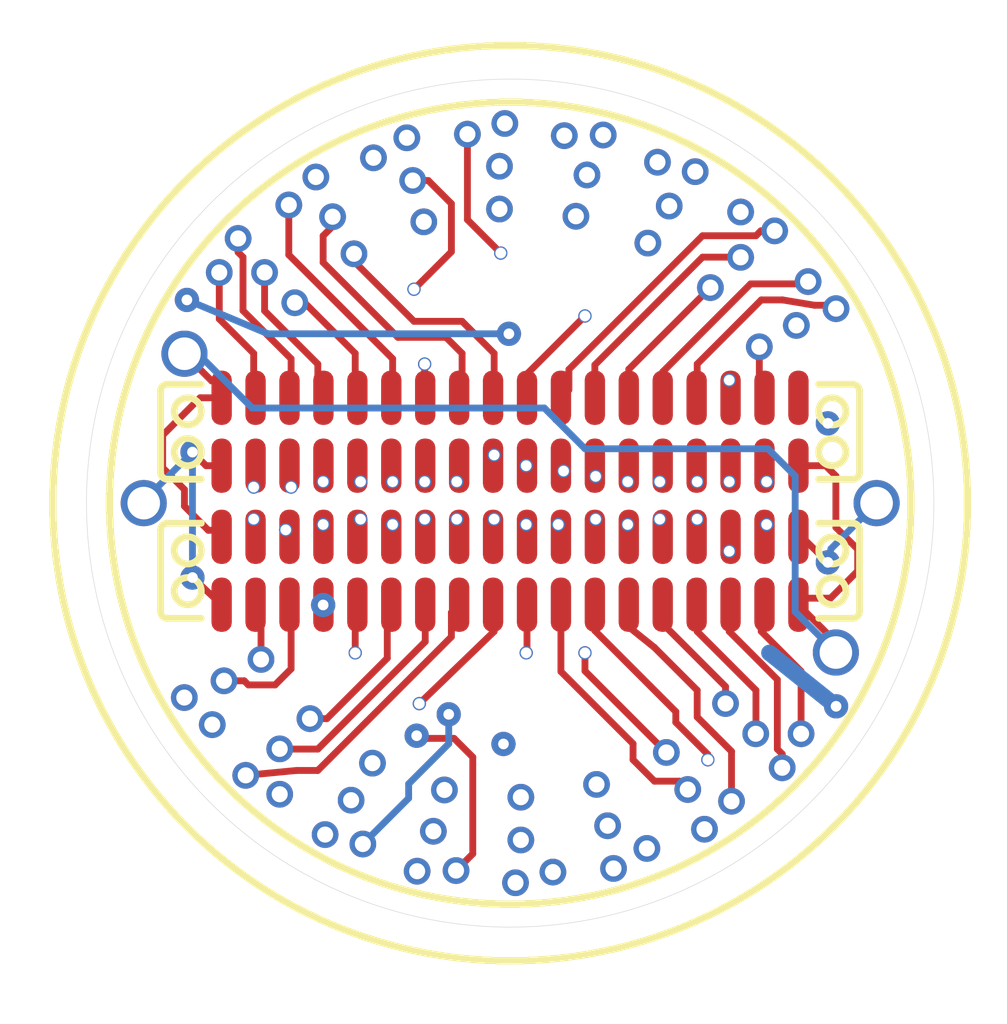
<source format=kicad_pcb>
(kicad_pcb (version 20171130) (host pcbnew 5.1.4-e60b266~84~ubuntu18.04.1)

  (general
    (thickness 1.6)
    (drawings 34)
    (tracks 550)
    (zones 0)
    (modules 19)
    (nets 67)
  )

  (page A4)
  (layers
    (0 Top signal)
    (1 Route2 signal)
    (2 Route3 signal)
    (31 Bottom signal)
    (32 B.Adhes user)
    (33 F.Adhes user)
    (34 B.Paste user)
    (35 F.Paste user)
    (36 B.SilkS user)
    (37 F.SilkS user)
    (38 B.Mask user)
    (39 F.Mask user)
    (40 Dwgs.User user)
    (41 Cmts.User user)
    (42 Eco1.User user)
    (43 Eco2.User user)
    (44 Edge.Cuts user)
    (45 Margin user)
    (46 B.CrtYd user)
    (47 F.CrtYd user)
    (48 B.Fab user)
    (49 F.Fab user)
  )

  (setup
    (last_trace_width 0.25)
    (trace_clearance 0.0508)
    (zone_clearance 0.508)
    (zone_45_only no)
    (trace_min 0.128)
    (via_size 0.8)
    (via_drill 0.4)
    (via_min_size 0.25)
    (via_min_drill 0.2)
    (uvia_size 0.3)
    (uvia_drill 0.1)
    (uvias_allowed no)
    (uvia_min_size 0.2)
    (uvia_min_drill 0.1)
    (edge_width 0.05)
    (segment_width 0.2)
    (pcb_text_width 0.3)
    (pcb_text_size 1.5 1.5)
    (mod_edge_width 0.12)
    (mod_text_size 1 1)
    (mod_text_width 0.15)
    (pad_size 1.524 1.524)
    (pad_drill 0.762)
    (pad_to_mask_clearance 0.051)
    (solder_mask_min_width 0.25)
    (aux_axis_origin 0 0)
    (visible_elements FFFFFF7F)
    (pcbplotparams
      (layerselection 0x010fc_ffffffff)
      (usegerberextensions false)
      (usegerberattributes false)
      (usegerberadvancedattributes false)
      (creategerberjobfile false)
      (excludeedgelayer true)
      (linewidth 0.100000)
      (plotframeref false)
      (viasonmask false)
      (mode 1)
      (useauxorigin false)
      (hpglpennumber 1)
      (hpglpenspeed 20)
      (hpglpendiameter 15.000000)
      (psnegative false)
      (psa4output false)
      (plotreference true)
      (plotvalue true)
      (plotinvisibletext false)
      (padsonsilk false)
      (subtractmaskfromsilk false)
      (outputformat 1)
      (mirror false)
      (drillshape 1)
      (scaleselection 1)
      (outputdirectory ""))
  )

  (net 0 "")
  (net 1 "Net-(TET0-PadP$4)")
  (net 2 "Net-(TET0-PadP$3)")
  (net 3 "Net-(TET0-PadP$2)")
  (net 4 "Net-(TET0-PadP$1)")
  (net 5 "Net-(TET1-PadP$4)")
  (net 6 "Net-(TET1-PadP$3)")
  (net 7 "Net-(TET1-PadP$2)")
  (net 8 "Net-(TET1-PadP$1)")
  (net 9 "Net-(TET2-PadP$4)")
  (net 10 "Net-(TET2-PadP$3)")
  (net 11 "Net-(TET2-PadP$2)")
  (net 12 "Net-(TET2-PadP$1)")
  (net 13 "Net-(TET3-PadP$4)")
  (net 14 "Net-(TET3-PadP$3)")
  (net 15 "Net-(TET3-PadP$2)")
  (net 16 "Net-(TET3-PadP$1)")
  (net 17 "Net-(TET5-PadP$2)")
  (net 18 "Net-(TET5-PadP$3)")
  (net 19 "Net-(TET5-PadP$4)")
  (net 20 "Net-(TET5-PadP$5)")
  (net 21 "Net-(TET5-PadP$6)")
  (net 22 "Net-(TET5-PadP$7)")
  (net 23 "Net-(TET5-PadP$8)")
  (net 24 "Net-(TET5-PadP$9)")
  (net 25 "Net-(TET10-PadP$4)")
  (net 26 "Net-(TET10-PadP$3)")
  (net 27 "Net-(TET10-PadP$2)")
  (net 28 "Net-(TET10-PadP$1)")
  (net 29 "Net-(TET11-PadP$4)")
  (net 30 "Net-(TET11-PadP$3)")
  (net 31 "Net-(TET11-PadP$2)")
  (net 32 "Net-(TET11-PadP$1)")
  (net 33 "Net-(TET12-PadP$4)")
  (net 34 "Net-(TET12-PadP$3)")
  (net 35 "Net-(TET12-PadP$2)")
  (net 36 "Net-(TET12-PadP$1)")
  (net 37 "Net-(TET13-PadP$4)")
  (net 38 "Net-(TET13-PadP$3)")
  (net 39 "Net-(TET13-PadP$2)")
  (net 40 "Net-(TET13-PadP$1)")
  (net 41 "Net-(TET14-PadP$4)")
  (net 42 "Net-(TET14-PadP$3)")
  (net 43 "Net-(TET14-PadP$2)")
  (net 44 "Net-(TET14-PadP$1)")
  (net 45 "Net-(TET15-PadP$4)")
  (net 46 "Net-(TET15-PadP$3)")
  (net 47 "Net-(TET15-PadP$2)")
  (net 48 "Net-(TET15-PadP$1)")
  (net 49 "Net-(TET20-PadP$4)")
  (net 50 "Net-(TET20-PadP$3)")
  (net 51 "Net-(TET20-PadP$2)")
  (net 52 "Net-(TET20-PadP$1)")
  (net 53 "Net-(TET21-PadP$4)")
  (net 54 "Net-(TET21-PadP$3)")
  (net 55 "Net-(TET21-PadP$2)")
  (net 56 "Net-(TET21-PadP$1)")
  (net 57 "Net-(TET22-PadP$4)")
  (net 58 "Net-(TET22-PadP$3)")
  (net 59 "Net-(TET22-PadP$2)")
  (net 60 "Net-(TET22-PadP$1)")
  (net 61 "Net-(TET23-PadP$4)")
  (net 62 "Net-(TET23-PadP$3)")
  (net 63 "Net-(TET23-PadP$2)")
  (net 64 "Net-(TET23-PadP$1)")
  (net 65 /REF)
  (net 66 /GND)

  (net_class Default "This is the default net class."
    (clearance 0.0508)
    (trace_width 0.25)
    (via_dia 0.8)
    (via_drill 0.4)
    (uvia_dia 0.3)
    (uvia_drill 0.1)
    (add_net /GND)
    (add_net /REF)
    (add_net GND)
    (add_net "Net-(TET0-PadP$1)")
    (add_net "Net-(TET0-PadP$2)")
    (add_net "Net-(TET0-PadP$3)")
    (add_net "Net-(TET0-PadP$4)")
    (add_net "Net-(TET1-PadP$1)")
    (add_net "Net-(TET1-PadP$2)")
    (add_net "Net-(TET1-PadP$3)")
    (add_net "Net-(TET1-PadP$4)")
    (add_net "Net-(TET10-PadP$1)")
    (add_net "Net-(TET10-PadP$2)")
    (add_net "Net-(TET10-PadP$3)")
    (add_net "Net-(TET10-PadP$4)")
    (add_net "Net-(TET11-PadP$1)")
    (add_net "Net-(TET11-PadP$2)")
    (add_net "Net-(TET11-PadP$3)")
    (add_net "Net-(TET11-PadP$4)")
    (add_net "Net-(TET12-PadP$1)")
    (add_net "Net-(TET12-PadP$2)")
    (add_net "Net-(TET12-PadP$3)")
    (add_net "Net-(TET12-PadP$4)")
    (add_net "Net-(TET13-PadP$1)")
    (add_net "Net-(TET13-PadP$2)")
    (add_net "Net-(TET13-PadP$3)")
    (add_net "Net-(TET13-PadP$4)")
    (add_net "Net-(TET14-PadP$1)")
    (add_net "Net-(TET14-PadP$2)")
    (add_net "Net-(TET14-PadP$3)")
    (add_net "Net-(TET14-PadP$4)")
    (add_net "Net-(TET15-PadP$1)")
    (add_net "Net-(TET15-PadP$2)")
    (add_net "Net-(TET15-PadP$3)")
    (add_net "Net-(TET15-PadP$4)")
    (add_net "Net-(TET2-PadP$1)")
    (add_net "Net-(TET2-PadP$2)")
    (add_net "Net-(TET2-PadP$3)")
    (add_net "Net-(TET2-PadP$4)")
    (add_net "Net-(TET20-PadP$1)")
    (add_net "Net-(TET20-PadP$2)")
    (add_net "Net-(TET20-PadP$3)")
    (add_net "Net-(TET20-PadP$4)")
    (add_net "Net-(TET21-PadP$1)")
    (add_net "Net-(TET21-PadP$2)")
    (add_net "Net-(TET21-PadP$3)")
    (add_net "Net-(TET21-PadP$4)")
    (add_net "Net-(TET22-PadP$1)")
    (add_net "Net-(TET22-PadP$2)")
    (add_net "Net-(TET22-PadP$3)")
    (add_net "Net-(TET22-PadP$4)")
    (add_net "Net-(TET23-PadP$1)")
    (add_net "Net-(TET23-PadP$2)")
    (add_net "Net-(TET23-PadP$3)")
    (add_net "Net-(TET23-PadP$4)")
    (add_net "Net-(TET3-PadP$1)")
    (add_net "Net-(TET3-PadP$2)")
    (add_net "Net-(TET3-PadP$3)")
    (add_net "Net-(TET3-PadP$4)")
    (add_net "Net-(TET5-PadP$2)")
    (add_net "Net-(TET5-PadP$3)")
    (add_net "Net-(TET5-PadP$4)")
    (add_net "Net-(TET5-PadP$5)")
    (add_net "Net-(TET5-PadP$6)")
    (add_net "Net-(TET5-PadP$7)")
    (add_net "Net-(TET5-PadP$8)")
    (add_net "Net-(TET5-PadP$9)")
  )

  (module "" (layer Top) (tedit 0) (tstamp 0)
    (at 148.7511 108.7012)
    (fp_text reference @HOLE0 (at 0 0) (layer F.SilkS) hide
      (effects (font (size 1.27 1.27) (thickness 0.15)))
    )
    (fp_text value "" (at 0 0) (layer F.SilkS)
      (effects (font (size 1.27 1.27) (thickness 0.15)))
    )
    (pad "" np_thru_hole circle (at 0 0) (size 0.7 0.7) (drill 0.7) (layers *.Cu *.Mask))
  )

  (module "eib-64-intan-hs v1.0 revA:TET32" (layer Top) (tedit 0) (tstamp 5D94AA34)
    (at 148.5011 105.0036)
    (path /19423863)
    (fp_text reference TET0 (at 0 0) (layer F.SilkS) hide
      (effects (font (size 1.27 1.27) (thickness 0.15)))
    )
    (fp_text value 0 (at 0 0) (layer F.SilkS) hide
      (effects (font (size 1.27 1.27) (thickness 0.15)))
    )
    (fp_line (start 0.2 -6.8) (end 0.2 -5.8) (layer F.Fab) (width 0.127))
    (fp_line (start 0.5 -7.5) (end 0.2 -6.8) (layer F.Fab) (width 0.127))
    (fp_circle (center 0 0) (end 7.5 0) (layer F.SilkS) (width 0.127))
    (fp_circle (center 0 0) (end 8.56 0) (layer F.SilkS) (width 0.127))
    (pad P$4 thru_hole circle (at -0.2 -5.5) (size 0.5 0.5) (drill 0.3) (layers *.Cu *.Mask)
      (net 1 "Net-(TET0-PadP$4)") (solder_mask_margin 0.0508))
    (pad P$3 thru_hole circle (at -0.2 -6.3) (size 0.5 0.5) (drill 0.3) (layers *.Cu *.Mask)
      (net 2 "Net-(TET0-PadP$3)") (solder_mask_margin 0.0508))
    (pad P$2 thru_hole circle (at -0.1 -7.1) (size 0.5 0.5) (drill 0.3) (layers *.Cu *.Mask)
      (net 3 "Net-(TET0-PadP$2)") (solder_mask_margin 0.0508))
    (pad P$1 thru_hole circle (at -0.8 -6.9) (size 0.5 0.5) (drill 0.3) (layers *.Cu *.Mask)
      (net 4 "Net-(TET0-PadP$1)") (solder_mask_margin 0.0508))
  )

  (module "eib-64-intan-hs v1.0 revA:TET32" (layer Top) (tedit 0) (tstamp 5D94AA3F)
    (at 148.5011 105.0036 15)
    (path /24213985)
    (fp_text reference TET1 (at 0 0 15) (layer F.SilkS) hide
      (effects (font (size 1.27 1.27) (thickness 0.15)))
    )
    (fp_text value 1 (at 0 0 15) (layer F.SilkS) hide
      (effects (font (size 1.27 1.27) (thickness 0.15)))
    )
    (fp_line (start 0.2 -6.8) (end 0.2 -5.8) (layer F.Fab) (width 0.127))
    (fp_line (start 0.5 -7.5) (end 0.2 -6.8) (layer F.Fab) (width 0.127))
    (fp_circle (center 0 0) (end 7.5 0) (layer F.SilkS) (width 0.127))
    (fp_circle (center 0 0) (end 8.56 0) (layer F.SilkS) (width 0.127))
    (pad P$4 thru_hole circle (at -0.2 -5.5 15) (size 0.5 0.5) (drill 0.3) (layers *.Cu *.Mask)
      (net 5 "Net-(TET1-PadP$4)") (solder_mask_margin 0.0508))
    (pad P$3 thru_hole circle (at -0.2 -6.3 15) (size 0.5 0.5) (drill 0.3) (layers *.Cu *.Mask)
      (net 6 "Net-(TET1-PadP$3)") (solder_mask_margin 0.0508))
    (pad P$2 thru_hole circle (at -0.1 -7.1 15) (size 0.5 0.5) (drill 0.3) (layers *.Cu *.Mask)
      (net 7 "Net-(TET1-PadP$2)") (solder_mask_margin 0.0508))
    (pad P$1 thru_hole circle (at -0.8 -6.9 15) (size 0.5 0.5) (drill 0.3) (layers *.Cu *.Mask)
      (net 8 "Net-(TET1-PadP$1)") (solder_mask_margin 0.0508))
  )

  (module "eib-64-intan-hs v1.0 revA:TET32" (layer Top) (tedit 0) (tstamp 5D94AA4A)
    (at 148.5011 105.0036 30)
    (path /4587CABD)
    (fp_text reference TET2 (at 0 0 30) (layer F.SilkS) hide
      (effects (font (size 1.27 1.27) (thickness 0.15)))
    )
    (fp_text value 2 (at 0 0 30) (layer F.SilkS) hide
      (effects (font (size 1.27 1.27) (thickness 0.15)))
    )
    (fp_line (start 0.2 -6.8) (end 0.2 -5.8) (layer F.Fab) (width 0.127))
    (fp_line (start 0.5 -7.5) (end 0.2 -6.8) (layer F.Fab) (width 0.127))
    (fp_circle (center 0 0) (end 7.5 0) (layer F.SilkS) (width 0.127))
    (fp_circle (center 0 0) (end 8.56 0) (layer F.SilkS) (width 0.127))
    (pad P$4 thru_hole circle (at -0.2 -5.5 30) (size 0.5 0.5) (drill 0.3) (layers *.Cu *.Mask)
      (net 9 "Net-(TET2-PadP$4)") (solder_mask_margin 0.0508))
    (pad P$3 thru_hole circle (at -0.2 -6.3 30) (size 0.5 0.5) (drill 0.3) (layers *.Cu *.Mask)
      (net 10 "Net-(TET2-PadP$3)") (solder_mask_margin 0.0508))
    (pad P$2 thru_hole circle (at -0.1 -7.1 30) (size 0.5 0.5) (drill 0.3) (layers *.Cu *.Mask)
      (net 11 "Net-(TET2-PadP$2)") (solder_mask_margin 0.0508))
    (pad P$1 thru_hole circle (at -0.8 -6.9 30) (size 0.5 0.5) (drill 0.3) (layers *.Cu *.Mask)
      (net 12 "Net-(TET2-PadP$1)") (solder_mask_margin 0.0508))
  )

  (module "eib-64-intan-hs v1.0 revA:TET32" (layer Top) (tedit 0) (tstamp 5D94AA55)
    (at 148.5011 105.0036 45)
    (path /CA13F710)
    (fp_text reference TET3 (at 0 0 45) (layer F.SilkS) hide
      (effects (font (size 1.27 1.27) (thickness 0.15)))
    )
    (fp_text value 3 (at 0 0 45) (layer F.SilkS) hide
      (effects (font (size 1.27 1.27) (thickness 0.15)))
    )
    (fp_line (start 0.2 -6.8) (end 0.2 -5.8) (layer F.Fab) (width 0.127))
    (fp_line (start 0.5 -7.5) (end 0.2 -6.8) (layer F.Fab) (width 0.127))
    (fp_circle (center 0 0) (end 7.5 0) (layer F.SilkS) (width 0.127))
    (fp_circle (center 0 0) (end 8.56 0) (layer F.SilkS) (width 0.127))
    (pad P$4 thru_hole circle (at -0.2 -5.5 45) (size 0.5 0.5) (drill 0.3) (layers *.Cu *.Mask)
      (net 13 "Net-(TET3-PadP$4)") (solder_mask_margin 0.0508))
    (pad P$3 thru_hole circle (at -0.2 -6.3 45) (size 0.5 0.5) (drill 0.3) (layers *.Cu *.Mask)
      (net 14 "Net-(TET3-PadP$3)") (solder_mask_margin 0.0508))
    (pad P$2 thru_hole circle (at -0.1 -7.1 45) (size 0.5 0.5) (drill 0.3) (layers *.Cu *.Mask)
      (net 15 "Net-(TET3-PadP$2)") (solder_mask_margin 0.0508))
    (pad P$1 thru_hole circle (at -0.8 -6.9 45) (size 0.5 0.5) (drill 0.3) (layers *.Cu *.Mask)
      (net 16 "Net-(TET3-PadP$1)") (solder_mask_margin 0.0508))
  )

  (module "eib-64-intan-hs v1.0 revA:TET32" (layer Top) (tedit 0) (tstamp 5D94AA60)
    (at 148.5011 105.0036 120)
    (path /BBE4D291)
    (fp_text reference TET8 (at 0 0 120) (layer F.SilkS) hide
      (effects (font (size 1.27 1.27) (thickness 0.15)))
    )
    (fp_text value 8 (at 0 0 120) (layer F.SilkS) hide
      (effects (font (size 1.27 1.27) (thickness 0.15)))
    )
    (fp_line (start 0.2 -6.8) (end 0.2 -5.8) (layer F.Fab) (width 0.127))
    (fp_line (start 0.5 -7.5) (end 0.2 -6.8) (layer F.Fab) (width 0.127))
    (fp_circle (center 0 0) (end 7.5 0) (layer F.SilkS) (width 0.127))
    (fp_circle (center 0 0) (end 8.56 0) (layer F.SilkS) (width 0.127))
    (pad P$4 thru_hole circle (at -0.2 -5.5 120) (size 0.5 0.5) (drill 0.3) (layers *.Cu *.Mask)
      (net 17 "Net-(TET5-PadP$2)") (solder_mask_margin 0.0508))
    (pad P$3 thru_hole circle (at -0.2 -6.3 120) (size 0.5 0.5) (drill 0.3) (layers *.Cu *.Mask)
      (net 18 "Net-(TET5-PadP$3)") (solder_mask_margin 0.0508))
    (pad P$2 thru_hole circle (at -0.1 -7.1 120) (size 0.5 0.5) (drill 0.3) (layers *.Cu *.Mask)
      (net 19 "Net-(TET5-PadP$4)") (solder_mask_margin 0.0508))
    (pad P$1 thru_hole circle (at -0.8 -6.9 120) (size 0.5 0.5) (drill 0.3) (layers *.Cu *.Mask)
      (net 20 "Net-(TET5-PadP$5)") (solder_mask_margin 0.0508))
  )

  (module "eib-64-intan-hs v1.0 revA:TET32" (layer Top) (tedit 0) (tstamp 5D94AA6B)
    (at 148.5011 105.0036 135)
    (path /17FB5BE5)
    (fp_text reference TET9 (at 0 0 135) (layer F.SilkS) hide
      (effects (font (size 1.27 1.27) (thickness 0.15)))
    )
    (fp_text value 9 (at 0 0 135) (layer F.SilkS) hide
      (effects (font (size 1.27 1.27) (thickness 0.15)))
    )
    (fp_line (start 0.2 -6.8) (end 0.2 -5.8) (layer F.Fab) (width 0.127))
    (fp_line (start 0.5 -7.5) (end 0.2 -6.8) (layer F.Fab) (width 0.127))
    (fp_circle (center 0 0) (end 7.5 0) (layer F.SilkS) (width 0.127))
    (fp_circle (center 0 0) (end 8.56 0) (layer F.SilkS) (width 0.127))
    (pad P$4 thru_hole circle (at -0.2 -5.5 135) (size 0.5 0.5) (drill 0.3) (layers *.Cu *.Mask)
      (net 21 "Net-(TET5-PadP$6)") (solder_mask_margin 0.0508))
    (pad P$3 thru_hole circle (at -0.2 -6.3 135) (size 0.5 0.5) (drill 0.3) (layers *.Cu *.Mask)
      (net 22 "Net-(TET5-PadP$7)") (solder_mask_margin 0.0508))
    (pad P$2 thru_hole circle (at -0.1 -7.1 135) (size 0.5 0.5) (drill 0.3) (layers *.Cu *.Mask)
      (net 23 "Net-(TET5-PadP$8)") (solder_mask_margin 0.0508))
    (pad P$1 thru_hole circle (at -0.8 -6.9 135) (size 0.5 0.5) (drill 0.3) (layers *.Cu *.Mask)
      (net 24 "Net-(TET5-PadP$9)") (solder_mask_margin 0.0508))
  )

  (module "eib-64-intan-hs v1.0 revA:TET32" (layer Top) (tedit 0) (tstamp 5D94AA76)
    (at 148.5011 105.0036 150)
    (path /7E2519BC)
    (fp_text reference TET10 (at 0 0 150) (layer F.SilkS) hide
      (effects (font (size 1.27 1.27) (thickness 0.15)))
    )
    (fp_text value 10 (at 0 0 150) (layer F.SilkS) hide
      (effects (font (size 1.27 1.27) (thickness 0.15)))
    )
    (fp_line (start 0.2 -6.8) (end 0.2 -5.8) (layer F.Fab) (width 0.127))
    (fp_line (start 0.5 -7.5) (end 0.2 -6.8) (layer F.Fab) (width 0.127))
    (fp_circle (center 0 0) (end 7.5 0) (layer F.SilkS) (width 0.127))
    (fp_circle (center 0 0) (end 8.56 0) (layer F.SilkS) (width 0.127))
    (pad P$4 thru_hole circle (at -0.2 -5.5 150) (size 0.5 0.5) (drill 0.3) (layers *.Cu *.Mask)
      (net 25 "Net-(TET10-PadP$4)") (solder_mask_margin 0.0508))
    (pad P$3 thru_hole circle (at -0.2 -6.3 150) (size 0.5 0.5) (drill 0.3) (layers *.Cu *.Mask)
      (net 26 "Net-(TET10-PadP$3)") (solder_mask_margin 0.0508))
    (pad P$2 thru_hole circle (at -0.1 -7.1 150) (size 0.5 0.5) (drill 0.3) (layers *.Cu *.Mask)
      (net 27 "Net-(TET10-PadP$2)") (solder_mask_margin 0.0508))
    (pad P$1 thru_hole circle (at -0.8 -6.9 150) (size 0.5 0.5) (drill 0.3) (layers *.Cu *.Mask)
      (net 28 "Net-(TET10-PadP$1)") (solder_mask_margin 0.0508))
  )

  (module "eib-64-intan-hs v1.0 revA:TET32" (layer Top) (tedit 0) (tstamp 5D94AA81)
    (at 148.5011 105.0036 165)
    (path /91E83F9A)
    (fp_text reference TET11 (at 0 0 165) (layer F.SilkS) hide
      (effects (font (size 1.27 1.27) (thickness 0.15)))
    )
    (fp_text value 11 (at 0 0 165) (layer F.SilkS) hide
      (effects (font (size 1.27 1.27) (thickness 0.15)))
    )
    (fp_line (start 0.2 -6.8) (end 0.2 -5.8) (layer F.Fab) (width 0.127))
    (fp_line (start 0.5 -7.5) (end 0.2 -6.8) (layer F.Fab) (width 0.127))
    (fp_circle (center 0 0) (end 7.5 0) (layer F.SilkS) (width 0.127))
    (fp_circle (center 0 0) (end 8.56 0) (layer F.SilkS) (width 0.127))
    (pad P$4 thru_hole circle (at -0.2 -5.5 165) (size 0.5 0.5) (drill 0.3) (layers *.Cu *.Mask)
      (net 29 "Net-(TET11-PadP$4)") (solder_mask_margin 0.0508))
    (pad P$3 thru_hole circle (at -0.2 -6.3 165) (size 0.5 0.5) (drill 0.3) (layers *.Cu *.Mask)
      (net 30 "Net-(TET11-PadP$3)") (solder_mask_margin 0.0508))
    (pad P$2 thru_hole circle (at -0.1 -7.1 165) (size 0.5 0.5) (drill 0.3) (layers *.Cu *.Mask)
      (net 31 "Net-(TET11-PadP$2)") (solder_mask_margin 0.0508))
    (pad P$1 thru_hole circle (at -0.8 -6.9 165) (size 0.5 0.5) (drill 0.3) (layers *.Cu *.Mask)
      (net 32 "Net-(TET11-PadP$1)") (solder_mask_margin 0.0508))
  )

  (module "eib-64-intan-hs v1.0 revA:TET32" (layer Top) (tedit 0) (tstamp 5D94AA8C)
    (at 148.5011 105.0036 180)
    (path /D2408D79)
    (fp_text reference TET12 (at 0 0 180) (layer F.SilkS) hide
      (effects (font (size 1.27 1.27) (thickness 0.15)) (justify right top))
    )
    (fp_text value 12 (at 0 0 180) (layer F.SilkS) hide
      (effects (font (size 1.27 1.27) (thickness 0.15)) (justify right top))
    )
    (fp_line (start 0.2 -6.8) (end 0.2 -5.8) (layer F.Fab) (width 0.127))
    (fp_line (start 0.5 -7.5) (end 0.2 -6.8) (layer F.Fab) (width 0.127))
    (fp_circle (center 0 0) (end 7.5 0) (layer F.SilkS) (width 0.127))
    (fp_circle (center 0 0) (end 8.56 0) (layer F.SilkS) (width 0.127))
    (pad P$4 thru_hole circle (at -0.2 -5.5 180) (size 0.5 0.5) (drill 0.3) (layers *.Cu *.Mask)
      (net 33 "Net-(TET12-PadP$4)") (solder_mask_margin 0.0508))
    (pad P$3 thru_hole circle (at -0.2 -6.3 180) (size 0.5 0.5) (drill 0.3) (layers *.Cu *.Mask)
      (net 34 "Net-(TET12-PadP$3)") (solder_mask_margin 0.0508))
    (pad P$2 thru_hole circle (at -0.1 -7.1 180) (size 0.5 0.5) (drill 0.3) (layers *.Cu *.Mask)
      (net 35 "Net-(TET12-PadP$2)") (solder_mask_margin 0.0508))
    (pad P$1 thru_hole circle (at -0.8 -6.9 180) (size 0.5 0.5) (drill 0.3) (layers *.Cu *.Mask)
      (net 36 "Net-(TET12-PadP$1)") (solder_mask_margin 0.0508))
  )

  (module "eib-64-intan-hs v1.0 revA:TET32" (layer Top) (tedit 0) (tstamp 5D94AA97)
    (at 148.5011 105.0036 195)
    (path /66FD37B2)
    (fp_text reference TET13 (at 0 0 195) (layer F.SilkS) hide
      (effects (font (size 1.27 1.27) (thickness 0.15)))
    )
    (fp_text value 13 (at 0 0 195) (layer F.SilkS) hide
      (effects (font (size 1.27 1.27) (thickness 0.15)))
    )
    (fp_line (start 0.2 -6.8) (end 0.2 -5.8) (layer F.Fab) (width 0.127))
    (fp_line (start 0.5 -7.5) (end 0.2 -6.8) (layer F.Fab) (width 0.127))
    (fp_circle (center 0 0) (end 7.5 0) (layer F.SilkS) (width 0.127))
    (fp_circle (center 0 0) (end 8.56 0) (layer F.SilkS) (width 0.127))
    (pad P$4 thru_hole circle (at -0.2 -5.5 195) (size 0.5 0.5) (drill 0.3) (layers *.Cu *.Mask)
      (net 37 "Net-(TET13-PadP$4)") (solder_mask_margin 0.0508))
    (pad P$3 thru_hole circle (at -0.2 -6.3 195) (size 0.5 0.5) (drill 0.3) (layers *.Cu *.Mask)
      (net 38 "Net-(TET13-PadP$3)") (solder_mask_margin 0.0508))
    (pad P$2 thru_hole circle (at -0.1 -7.1 195) (size 0.5 0.5) (drill 0.3) (layers *.Cu *.Mask)
      (net 39 "Net-(TET13-PadP$2)") (solder_mask_margin 0.0508))
    (pad P$1 thru_hole circle (at -0.8 -6.9 195) (size 0.5 0.5) (drill 0.3) (layers *.Cu *.Mask)
      (net 40 "Net-(TET13-PadP$1)") (solder_mask_margin 0.0508))
  )

  (module "eib-64-intan-hs v1.0 revA:TET32" (layer Top) (tedit 0) (tstamp 5D94AAA2)
    (at 148.5011 105.0036 210)
    (path /E457B1AB)
    (fp_text reference TET14 (at 0 0 210) (layer F.SilkS) hide
      (effects (font (size 1.27 1.27) (thickness 0.15)))
    )
    (fp_text value 14 (at 0 0 210) (layer F.SilkS) hide
      (effects (font (size 1.27 1.27) (thickness 0.15)))
    )
    (fp_line (start 0.2 -6.8) (end 0.2 -5.8) (layer F.Fab) (width 0.127))
    (fp_line (start 0.5 -7.5) (end 0.2 -6.8) (layer F.Fab) (width 0.127))
    (fp_circle (center 0 0) (end 7.5 0) (layer F.SilkS) (width 0.127))
    (fp_circle (center 0 0) (end 8.56 0) (layer F.SilkS) (width 0.127))
    (pad P$4 thru_hole circle (at -0.2 -5.5 210) (size 0.5 0.5) (drill 0.3) (layers *.Cu *.Mask)
      (net 41 "Net-(TET14-PadP$4)") (solder_mask_margin 0.0508))
    (pad P$3 thru_hole circle (at -0.2 -6.3 210) (size 0.5 0.5) (drill 0.3) (layers *.Cu *.Mask)
      (net 42 "Net-(TET14-PadP$3)") (solder_mask_margin 0.0508))
    (pad P$2 thru_hole circle (at -0.1 -7.1 210) (size 0.5 0.5) (drill 0.3) (layers *.Cu *.Mask)
      (net 43 "Net-(TET14-PadP$2)") (solder_mask_margin 0.0508))
    (pad P$1 thru_hole circle (at -0.8 -6.9 210) (size 0.5 0.5) (drill 0.3) (layers *.Cu *.Mask)
      (net 44 "Net-(TET14-PadP$1)") (solder_mask_margin 0.0508))
  )

  (module "eib-64-intan-hs v1.0 revA:TET32" (layer Top) (tedit 0) (tstamp 5D94AAAD)
    (at 148.5011 105.0036 225)
    (path /6E3EC9F9)
    (fp_text reference TET15 (at 0 0 225) (layer F.SilkS) hide
      (effects (font (size 1.27 1.27) (thickness 0.15)))
    )
    (fp_text value 15 (at 0 0 225) (layer F.SilkS) hide
      (effects (font (size 1.27 1.27) (thickness 0.15)))
    )
    (fp_line (start 0.2 -6.8) (end 0.2 -5.8) (layer F.Fab) (width 0.127))
    (fp_line (start 0.5 -7.5) (end 0.2 -6.8) (layer F.Fab) (width 0.127))
    (fp_circle (center 0 0) (end 7.5 0) (layer F.SilkS) (width 0.127))
    (fp_circle (center 0 0) (end 8.56 0) (layer F.SilkS) (width 0.127))
    (pad P$4 thru_hole circle (at -0.2 -5.5 225) (size 0.5 0.5) (drill 0.3) (layers *.Cu *.Mask)
      (net 45 "Net-(TET15-PadP$4)") (solder_mask_margin 0.0508))
    (pad P$3 thru_hole circle (at -0.2 -6.3 225) (size 0.5 0.5) (drill 0.3) (layers *.Cu *.Mask)
      (net 46 "Net-(TET15-PadP$3)") (solder_mask_margin 0.0508))
    (pad P$2 thru_hole circle (at -0.1 -7.1 225) (size 0.5 0.5) (drill 0.3) (layers *.Cu *.Mask)
      (net 47 "Net-(TET15-PadP$2)") (solder_mask_margin 0.0508))
    (pad P$1 thru_hole circle (at -0.8 -6.9 225) (size 0.5 0.5) (drill 0.3) (layers *.Cu *.Mask)
      (net 48 "Net-(TET15-PadP$1)") (solder_mask_margin 0.0508))
  )

  (module "eib-64-intan-hs v1.0 revA:TET32" (layer Top) (tedit 0) (tstamp 5D94AAB8)
    (at 148.5011 105.0036 300)
    (path /AC25F28C)
    (fp_text reference TET20 (at 0 0 300) (layer F.SilkS) hide
      (effects (font (size 1.27 1.27) (thickness 0.15)))
    )
    (fp_text value 20 (at 0 0 300) (layer F.SilkS) hide
      (effects (font (size 1.27 1.27) (thickness 0.15)))
    )
    (fp_line (start 0.2 -6.8) (end 0.2 -5.8) (layer F.Fab) (width 0.127))
    (fp_line (start 0.5 -7.5) (end 0.2 -6.8) (layer F.Fab) (width 0.127))
    (fp_circle (center 0 0) (end 7.5 0) (layer F.SilkS) (width 0.127))
    (fp_circle (center 0 0) (end 8.56 0) (layer F.SilkS) (width 0.127))
    (pad P$4 thru_hole circle (at -0.2 -5.5 300) (size 0.5 0.5) (drill 0.3) (layers *.Cu *.Mask)
      (net 49 "Net-(TET20-PadP$4)") (solder_mask_margin 0.0508))
    (pad P$3 thru_hole circle (at -0.2 -6.3 300) (size 0.5 0.5) (drill 0.3) (layers *.Cu *.Mask)
      (net 50 "Net-(TET20-PadP$3)") (solder_mask_margin 0.0508))
    (pad P$2 thru_hole circle (at -0.1 -7.1 300) (size 0.5 0.5) (drill 0.3) (layers *.Cu *.Mask)
      (net 51 "Net-(TET20-PadP$2)") (solder_mask_margin 0.0508))
    (pad P$1 thru_hole circle (at -0.8 -6.9 300) (size 0.5 0.5) (drill 0.3) (layers *.Cu *.Mask)
      (net 52 "Net-(TET20-PadP$1)") (solder_mask_margin 0.0508))
  )

  (module "eib-64-intan-hs v1.0 revA:TET32" (layer Top) (tedit 0) (tstamp 5D94AAC3)
    (at 148.5011 105.0036 315)
    (path /F1F7536E)
    (fp_text reference TET21 (at 0 0 315) (layer F.SilkS) hide
      (effects (font (size 1.27 1.27) (thickness 0.15)))
    )
    (fp_text value 21 (at 0 0 315) (layer F.SilkS) hide
      (effects (font (size 1.27 1.27) (thickness 0.15)))
    )
    (fp_line (start 0.2 -6.8) (end 0.2 -5.8) (layer F.Fab) (width 0.127))
    (fp_line (start 0.5 -7.5) (end 0.2 -6.8) (layer F.Fab) (width 0.127))
    (fp_circle (center 0 0) (end 7.5 0) (layer F.SilkS) (width 0.127))
    (fp_circle (center 0 0) (end 8.56 0) (layer F.SilkS) (width 0.127))
    (pad P$4 thru_hole circle (at -0.2 -5.5 315) (size 0.5 0.5) (drill 0.3) (layers *.Cu *.Mask)
      (net 53 "Net-(TET21-PadP$4)") (solder_mask_margin 0.0508))
    (pad P$3 thru_hole circle (at -0.2 -6.3 315) (size 0.5 0.5) (drill 0.3) (layers *.Cu *.Mask)
      (net 54 "Net-(TET21-PadP$3)") (solder_mask_margin 0.0508))
    (pad P$2 thru_hole circle (at -0.1 -7.1 315) (size 0.5 0.5) (drill 0.3) (layers *.Cu *.Mask)
      (net 55 "Net-(TET21-PadP$2)") (solder_mask_margin 0.0508))
    (pad P$1 thru_hole circle (at -0.8 -6.9 315) (size 0.5 0.5) (drill 0.3) (layers *.Cu *.Mask)
      (net 56 "Net-(TET21-PadP$1)") (solder_mask_margin 0.0508))
  )

  (module "eib-64-intan-hs v1.0 revA:TET32" (layer Top) (tedit 0) (tstamp 5D94AACE)
    (at 148.5011 105.0036 330)
    (path /FD3E969F)
    (fp_text reference TET22 (at 0 0 330) (layer F.SilkS) hide
      (effects (font (size 1.27 1.27) (thickness 0.15)))
    )
    (fp_text value 22 (at 0 0 330) (layer F.SilkS) hide
      (effects (font (size 1.27 1.27) (thickness 0.15)))
    )
    (fp_line (start 0.2 -6.8) (end 0.2 -5.8) (layer F.Fab) (width 0.127))
    (fp_line (start 0.5 -7.5) (end 0.2 -6.8) (layer F.Fab) (width 0.127))
    (fp_circle (center 0 0) (end 7.5 0) (layer F.SilkS) (width 0.127))
    (fp_circle (center 0 0) (end 8.56 0) (layer F.SilkS) (width 0.127))
    (pad P$4 thru_hole circle (at -0.2 -5.5 330) (size 0.5 0.5) (drill 0.3) (layers *.Cu *.Mask)
      (net 57 "Net-(TET22-PadP$4)") (solder_mask_margin 0.0508))
    (pad P$3 thru_hole circle (at -0.2 -6.3 330) (size 0.5 0.5) (drill 0.3) (layers *.Cu *.Mask)
      (net 58 "Net-(TET22-PadP$3)") (solder_mask_margin 0.0508))
    (pad P$2 thru_hole circle (at -0.1 -7.1 330) (size 0.5 0.5) (drill 0.3) (layers *.Cu *.Mask)
      (net 59 "Net-(TET22-PadP$2)") (solder_mask_margin 0.0508))
    (pad P$1 thru_hole circle (at -0.8 -6.9 330) (size 0.5 0.5) (drill 0.3) (layers *.Cu *.Mask)
      (net 60 "Net-(TET22-PadP$1)") (solder_mask_margin 0.0508))
  )

  (module "eib-64-intan-hs v1.0 revA:TET32" (layer Top) (tedit 0) (tstamp 5D94AAD9)
    (at 148.5011 105.0036 345)
    (path /3C813885)
    (fp_text reference TET23 (at 0 0 345) (layer F.SilkS) hide
      (effects (font (size 1.27 1.27) (thickness 0.15)))
    )
    (fp_text value 23 (at 0 0 345) (layer F.SilkS) hide
      (effects (font (size 1.27 1.27) (thickness 0.15)))
    )
    (fp_line (start 0.2 -6.8) (end 0.2 -5.8) (layer F.Fab) (width 0.127))
    (fp_line (start 0.5 -7.5) (end 0.2 -6.8) (layer F.Fab) (width 0.127))
    (fp_circle (center 0 0) (end 7.5 0) (layer F.SilkS) (width 0.127))
    (fp_circle (center 0 0) (end 8.56 0) (layer F.SilkS) (width 0.127))
    (pad P$4 thru_hole circle (at -0.2 -5.5 345) (size 0.5 0.5) (drill 0.3) (layers *.Cu *.Mask)
      (net 61 "Net-(TET23-PadP$4)") (solder_mask_margin 0.0508))
    (pad P$3 thru_hole circle (at -0.2 -6.3 345) (size 0.5 0.5) (drill 0.3) (layers *.Cu *.Mask)
      (net 62 "Net-(TET23-PadP$3)") (solder_mask_margin 0.0508))
    (pad P$2 thru_hole circle (at -0.1 -7.1 345) (size 0.5 0.5) (drill 0.3) (layers *.Cu *.Mask)
      (net 63 "Net-(TET23-PadP$2)") (solder_mask_margin 0.0508))
    (pad P$1 thru_hole circle (at -0.8 -6.9 345) (size 0.5 0.5) (drill 0.3) (layers *.Cu *.Mask)
      (net 64 "Net-(TET23-PadP$1)") (solder_mask_margin 0.0508))
  )

  (module "eib-64-intan-hs v1.0 revA:NPD-36-VV-GS" (layer Top) (tedit 0) (tstamp 5D94AAE4)
    (at 143.1011 104.3036)
    (path /BC47F0E8)
    (fp_text reference TET4 (at 0 0) (layer F.SilkS) hide
      (effects (font (size 1.27 1.27) (thickness 0.15)))
    )
    (fp_text value NPD-36-VV-GS (at 0 0) (layer F.SilkS) hide
      (effects (font (size 1.27 1.27) (thickness 0.15)))
    )
    (fp_line (start 11.811 -1.524) (end 11.176 -1.524) (layer F.SilkS) (width 0.127))
    (fp_arc (start 11.811 -1.397) (end 11.938 -1.397) (angle -90) (layer F.SilkS) (width 0.127))
    (fp_line (start 11.938 0.127) (end 11.938 -1.397) (layer F.SilkS) (width 0.127))
    (fp_arc (start 11.811 0.126999) (end 11.811 0.254) (angle -90) (layer F.SilkS) (width 0.127))
    (fp_line (start 11.176 0.254) (end 11.811 0.254) (layer F.SilkS) (width 0.127))
    (fp_line (start -1.016 0.254) (end -0.381 0.254) (layer F.SilkS) (width 0.127))
    (fp_arc (start -1.016 0.126999) (end -1.143 0.127) (angle -90) (layer F.SilkS) (width 0.127))
    (fp_line (start -1.143 -1.397) (end -1.143 0.127) (layer F.SilkS) (width 0.127))
    (fp_arc (start -1.016 -1.397) (end -1.016 -1.524) (angle -90) (layer F.SilkS) (width 0.127))
    (fp_line (start -0.381 -1.524) (end -1.016 -1.524) (layer F.SilkS) (width 0.127))
    (fp_circle (center 11.43 -0.254) (end 11.684 -0.254) (layer F.SilkS) (width 0.127))
    (fp_circle (center 11.43 -1.016) (end 11.684 -1.016) (layer F.SilkS) (width 0.127))
    (fp_circle (center -0.635 -0.254) (end -0.381 -0.254) (layer F.SilkS) (width 0.127))
    (fp_circle (center -0.635 -1.016) (end -0.381 -1.016) (layer F.SilkS) (width 0.127))
    (pad P$36 smd roundrect (at 0 -1.27) (size 0.381 1.016) (layers Top F.Paste F.Mask) (roundrect_rratio 0.45)
      (net 65 /REF) (solder_mask_margin 0.0508))
    (pad P$35 smd roundrect (at 0.635 -1.27) (size 0.381 1.016) (layers Top F.Paste F.Mask) (roundrect_rratio 0.45)
      (net 16 "Net-(TET3-PadP$1)") (solder_mask_margin 0.0508))
    (pad P$34 smd roundrect (at 1.27 -1.27) (size 0.381 1.016) (layers Top F.Paste F.Mask) (roundrect_rratio 0.45)
      (net 15 "Net-(TET3-PadP$2)") (solder_mask_margin 0.0508))
    (pad P$33 smd roundrect (at 1.905 -1.27) (size 0.381 1.016) (layers Top F.Paste F.Mask) (roundrect_rratio 0.45)
      (net 14 "Net-(TET3-PadP$3)") (solder_mask_margin 0.0508))
    (pad P$32 smd roundrect (at 2.54 -1.27) (size 0.381 1.016) (layers Top F.Paste F.Mask) (roundrect_rratio 0.45)
      (net 13 "Net-(TET3-PadP$4)") (solder_mask_margin 0.0508))
    (pad P$31 smd roundrect (at 3.175 -1.27) (size 0.381 1.016) (layers Top F.Paste F.Mask) (roundrect_rratio 0.45)
      (net 12 "Net-(TET2-PadP$1)") (solder_mask_margin 0.0508))
    (pad P$30 smd roundrect (at 3.81 -1.27) (size 0.381 1.016) (layers Top F.Paste F.Mask) (roundrect_rratio 0.45)
      (net 11 "Net-(TET2-PadP$2)") (solder_mask_margin 0.0508))
    (pad P$29 smd roundrect (at 4.445 -1.27) (size 0.381 1.016) (layers Top F.Paste F.Mask) (roundrect_rratio 0.45)
      (net 10 "Net-(TET2-PadP$3)") (solder_mask_margin 0.0508))
    (pad P$28 smd roundrect (at 5.08 -1.27) (size 0.381 1.016) (layers Top F.Paste F.Mask) (roundrect_rratio 0.45)
      (net 9 "Net-(TET2-PadP$4)") (solder_mask_margin 0.0508))
    (pad P$27 smd roundrect (at 5.715 -1.27) (size 0.381 1.016) (layers Top F.Paste F.Mask) (roundrect_rratio 0.45)
      (net 56 "Net-(TET21-PadP$1)") (solder_mask_margin 0.0508))
    (pad P$26 smd roundrect (at 6.35 -1.27) (size 0.381 1.016) (layers Top F.Paste F.Mask) (roundrect_rratio 0.45)
      (net 55 "Net-(TET21-PadP$2)") (solder_mask_margin 0.0508))
    (pad P$25 smd roundrect (at 6.985 -1.27) (size 0.381 1.016) (layers Top F.Paste F.Mask) (roundrect_rratio 0.45)
      (net 54 "Net-(TET21-PadP$3)") (solder_mask_margin 0.0508))
    (pad P$24 smd roundrect (at 7.62 -1.27) (size 0.381 1.016) (layers Top F.Paste F.Mask) (roundrect_rratio 0.45)
      (net 53 "Net-(TET21-PadP$4)") (solder_mask_margin 0.0508))
    (pad P$23 smd roundrect (at 8.255 -1.27) (size 0.381 1.016) (layers Top F.Paste F.Mask) (roundrect_rratio 0.45)
      (net 52 "Net-(TET20-PadP$1)") (solder_mask_margin 0.0508))
    (pad P$22 smd roundrect (at 8.89 -1.27) (size 0.381 1.016) (layers Top F.Paste F.Mask) (roundrect_rratio 0.45)
      (net 51 "Net-(TET20-PadP$2)") (solder_mask_margin 0.0508))
    (pad P$21 smd roundrect (at 9.525 -1.27) (size 0.381 1.016) (layers Top F.Paste F.Mask) (roundrect_rratio 0.45)
      (net 50 "Net-(TET20-PadP$3)") (solder_mask_margin 0.0508))
    (pad P$20 smd roundrect (at 10.16 -1.27) (size 0.381 1.016) (layers Top F.Paste F.Mask) (roundrect_rratio 0.45)
      (net 49 "Net-(TET20-PadP$4)") (solder_mask_margin 0.0508))
    (pad P$19 smd roundrect (at 10.795 -1.27) (size 0.381 1.016) (layers Top F.Paste F.Mask) (roundrect_rratio 0.45)
      (net 66 /GND) (solder_mask_margin 0.0508))
    (pad P$18 smd roundrect (at 10.795 0) (size 0.381 1.016) (layers Top F.Paste F.Mask) (roundrect_rratio 0.45)
      (net 65 /REF) (solder_mask_margin 0.0508))
    (pad P$17 smd roundrect (at 10.16 0) (size 0.381 1.016) (layers Top F.Paste F.Mask) (roundrect_rratio 0.45)
      (net 60 "Net-(TET22-PadP$1)") (solder_mask_margin 0.0508))
    (pad P$16 smd roundrect (at 9.525 0) (size 0.381 1.016) (layers Top F.Paste F.Mask) (roundrect_rratio 0.45)
      (net 59 "Net-(TET22-PadP$2)") (solder_mask_margin 0.0508))
    (pad P$15 smd roundrect (at 8.89 0) (size 0.381 1.016) (layers Top F.Paste F.Mask) (roundrect_rratio 0.45)
      (net 58 "Net-(TET22-PadP$3)") (solder_mask_margin 0.0508))
    (pad P$14 smd roundrect (at 8.255 0) (size 0.381 1.016) (layers Top F.Paste F.Mask) (roundrect_rratio 0.45)
      (net 57 "Net-(TET22-PadP$4)") (solder_mask_margin 0.0508))
    (pad P$13 smd roundrect (at 7.62 0) (size 0.381 1.016) (layers Top F.Paste F.Mask) (roundrect_rratio 0.45)
      (net 64 "Net-(TET23-PadP$1)") (solder_mask_margin 0.0508))
    (pad P$12 smd roundrect (at 6.985 0) (size 0.381 1.016) (layers Top F.Paste F.Mask) (roundrect_rratio 0.45)
      (net 63 "Net-(TET23-PadP$2)") (solder_mask_margin 0.0508))
    (pad P$11 smd roundrect (at 6.35 0) (size 0.381 1.016) (layers Top F.Paste F.Mask) (roundrect_rratio 0.45)
      (net 62 "Net-(TET23-PadP$3)") (solder_mask_margin 0.0508))
    (pad P$10 smd roundrect (at 5.715 0) (size 0.381 1.016) (layers Top F.Paste F.Mask) (roundrect_rratio 0.45)
      (net 61 "Net-(TET23-PadP$4)") (solder_mask_margin 0.0508))
    (pad P$9 smd roundrect (at 5.08 0) (size 0.381 1.016) (layers Top F.Paste F.Mask) (roundrect_rratio 0.45)
      (net 4 "Net-(TET0-PadP$1)") (solder_mask_margin 0.0508))
    (pad P$8 smd roundrect (at 4.445 0) (size 0.381 1.016) (layers Top F.Paste F.Mask) (roundrect_rratio 0.45)
      (net 3 "Net-(TET0-PadP$2)") (solder_mask_margin 0.0508))
    (pad P$7 smd roundrect (at 3.81 0) (size 0.381 1.016) (layers Top F.Paste F.Mask) (roundrect_rratio 0.45)
      (net 2 "Net-(TET0-PadP$3)") (solder_mask_margin 0.0508))
    (pad P$6 smd roundrect (at 3.175 0) (size 0.381 1.016) (layers Top F.Paste F.Mask) (roundrect_rratio 0.45)
      (net 1 "Net-(TET0-PadP$4)") (solder_mask_margin 0.0508))
    (pad P$5 smd roundrect (at 2.54 0) (size 0.381 1.016) (layers Top F.Paste F.Mask) (roundrect_rratio 0.45)
      (net 8 "Net-(TET1-PadP$1)") (solder_mask_margin 0.0508))
    (pad P$4 smd roundrect (at 1.905 0) (size 0.381 1.016) (layers Top F.Paste F.Mask) (roundrect_rratio 0.45)
      (net 7 "Net-(TET1-PadP$2)") (solder_mask_margin 0.0508))
    (pad P$3 smd roundrect (at 1.27 0) (size 0.381 1.016) (layers Top F.Paste F.Mask) (roundrect_rratio 0.45)
      (net 6 "Net-(TET1-PadP$3)") (solder_mask_margin 0.0508))
    (pad P$2 smd roundrect (at 0.635 0) (size 0.381 1.016) (layers Top F.Paste F.Mask) (roundrect_rratio 0.45)
      (net 5 "Net-(TET1-PadP$4)") (solder_mask_margin 0.0508))
    (pad P$1 smd roundrect (at 0 0) (size 0.381 1.016) (layers Top F.Paste F.Mask) (roundrect_rratio 0.45)
      (net 66 /GND) (solder_mask_margin 0.0508))
  )

  (module "eib-64-intan-hs v1.0 revA:NPD-36-VV-GS" (layer Top) (tedit 0) (tstamp 5D94AB19)
    (at 143.1011 106.9036)
    (path /A791DA12)
    (fp_text reference TET5 (at 0 0) (layer F.SilkS) hide
      (effects (font (size 1.27 1.27) (thickness 0.15)))
    )
    (fp_text value NPD-36-VV-GS (at 0 0) (layer F.SilkS) hide
      (effects (font (size 1.27 1.27) (thickness 0.15)))
    )
    (fp_line (start 11.811 -1.524) (end 11.176 -1.524) (layer F.SilkS) (width 0.127))
    (fp_arc (start 11.811 -1.397) (end 11.938 -1.397) (angle -90) (layer F.SilkS) (width 0.127))
    (fp_line (start 11.938 0.127) (end 11.938 -1.397) (layer F.SilkS) (width 0.127))
    (fp_arc (start 11.811 0.126999) (end 11.811 0.254) (angle -90) (layer F.SilkS) (width 0.127))
    (fp_line (start 11.176 0.254) (end 11.811 0.254) (layer F.SilkS) (width 0.127))
    (fp_line (start -1.016 0.254) (end -0.381 0.254) (layer F.SilkS) (width 0.127))
    (fp_arc (start -1.016 0.126999) (end -1.143 0.127) (angle -90) (layer F.SilkS) (width 0.127))
    (fp_line (start -1.143 -1.397) (end -1.143 0.127) (layer F.SilkS) (width 0.127))
    (fp_arc (start -1.016 -1.397) (end -1.016 -1.524) (angle -90) (layer F.SilkS) (width 0.127))
    (fp_line (start -0.381 -1.524) (end -1.016 -1.524) (layer F.SilkS) (width 0.127))
    (fp_circle (center 11.43 -0.254) (end 11.684 -0.254) (layer F.SilkS) (width 0.127))
    (fp_circle (center 11.43 -1.016) (end 11.684 -1.016) (layer F.SilkS) (width 0.127))
    (fp_circle (center -0.635 -0.254) (end -0.381 -0.254) (layer F.SilkS) (width 0.127))
    (fp_circle (center -0.635 -1.016) (end -0.381 -1.016) (layer F.SilkS) (width 0.127))
    (pad P$36 smd roundrect (at 0 -1.27) (size 0.381 1.016) (layers Top F.Paste F.Mask) (roundrect_rratio 0.45)
      (net 65 /REF) (solder_mask_margin 0.0508))
    (pad P$35 smd roundrect (at 0.635 -1.27) (size 0.381 1.016) (layers Top F.Paste F.Mask) (roundrect_rratio 0.45)
      (net 28 "Net-(TET10-PadP$1)") (solder_mask_margin 0.0508))
    (pad P$34 smd roundrect (at 1.27 -1.27) (size 0.381 1.016) (layers Top F.Paste F.Mask) (roundrect_rratio 0.45)
      (net 27 "Net-(TET10-PadP$2)") (solder_mask_margin 0.0508))
    (pad P$33 smd roundrect (at 1.905 -1.27) (size 0.381 1.016) (layers Top F.Paste F.Mask) (roundrect_rratio 0.45)
      (net 26 "Net-(TET10-PadP$3)") (solder_mask_margin 0.0508))
    (pad P$32 smd roundrect (at 2.54 -1.27) (size 0.381 1.016) (layers Top F.Paste F.Mask) (roundrect_rratio 0.45)
      (net 25 "Net-(TET10-PadP$4)") (solder_mask_margin 0.0508))
    (pad P$31 smd roundrect (at 3.175 -1.27) (size 0.381 1.016) (layers Top F.Paste F.Mask) (roundrect_rratio 0.45)
      (net 32 "Net-(TET11-PadP$1)") (solder_mask_margin 0.0508))
    (pad P$30 smd roundrect (at 3.81 -1.27) (size 0.381 1.016) (layers Top F.Paste F.Mask) (roundrect_rratio 0.45)
      (net 31 "Net-(TET11-PadP$2)") (solder_mask_margin 0.0508))
    (pad P$29 smd roundrect (at 4.445 -1.27) (size 0.381 1.016) (layers Top F.Paste F.Mask) (roundrect_rratio 0.45)
      (net 30 "Net-(TET11-PadP$3)") (solder_mask_margin 0.0508))
    (pad P$28 smd roundrect (at 5.08 -1.27) (size 0.381 1.016) (layers Top F.Paste F.Mask) (roundrect_rratio 0.45)
      (net 29 "Net-(TET11-PadP$4)") (solder_mask_margin 0.0508))
    (pad P$27 smd roundrect (at 5.715 -1.27) (size 0.381 1.016) (layers Top F.Paste F.Mask) (roundrect_rratio 0.45)
      (net 36 "Net-(TET12-PadP$1)") (solder_mask_margin 0.0508))
    (pad P$26 smd roundrect (at 6.35 -1.27) (size 0.381 1.016) (layers Top F.Paste F.Mask) (roundrect_rratio 0.45)
      (net 35 "Net-(TET12-PadP$2)") (solder_mask_margin 0.0508))
    (pad P$25 smd roundrect (at 6.985 -1.27) (size 0.381 1.016) (layers Top F.Paste F.Mask) (roundrect_rratio 0.45)
      (net 34 "Net-(TET12-PadP$3)") (solder_mask_margin 0.0508))
    (pad P$24 smd roundrect (at 7.62 -1.27) (size 0.381 1.016) (layers Top F.Paste F.Mask) (roundrect_rratio 0.45)
      (net 33 "Net-(TET12-PadP$4)") (solder_mask_margin 0.0508))
    (pad P$23 smd roundrect (at 8.255 -1.27) (size 0.381 1.016) (layers Top F.Paste F.Mask) (roundrect_rratio 0.45)
      (net 40 "Net-(TET13-PadP$1)") (solder_mask_margin 0.0508))
    (pad P$22 smd roundrect (at 8.89 -1.27) (size 0.381 1.016) (layers Top F.Paste F.Mask) (roundrect_rratio 0.45)
      (net 39 "Net-(TET13-PadP$2)") (solder_mask_margin 0.0508))
    (pad P$21 smd roundrect (at 9.525 -1.27) (size 0.381 1.016) (layers Top F.Paste F.Mask) (roundrect_rratio 0.45)
      (net 38 "Net-(TET13-PadP$3)") (solder_mask_margin 0.0508))
    (pad P$20 smd roundrect (at 10.16 -1.27) (size 0.381 1.016) (layers Top F.Paste F.Mask) (roundrect_rratio 0.45)
      (net 37 "Net-(TET13-PadP$4)") (solder_mask_margin 0.0508))
    (pad P$19 smd roundrect (at 10.795 -1.27) (size 0.381 1.016) (layers Top F.Paste F.Mask) (roundrect_rratio 0.45)
      (net 66 /GND) (solder_mask_margin 0.0508))
    (pad P$18 smd roundrect (at 10.795 0) (size 0.381 1.016) (layers Top F.Paste F.Mask) (roundrect_rratio 0.45)
      (net 65 /REF) (solder_mask_margin 0.0508))
    (pad P$17 smd roundrect (at 10.16 0) (size 0.381 1.016) (layers Top F.Paste F.Mask) (roundrect_rratio 0.45)
      (net 48 "Net-(TET15-PadP$1)") (solder_mask_margin 0.0508))
    (pad P$16 smd roundrect (at 9.525 0) (size 0.381 1.016) (layers Top F.Paste F.Mask) (roundrect_rratio 0.45)
      (net 47 "Net-(TET15-PadP$2)") (solder_mask_margin 0.0508))
    (pad P$15 smd roundrect (at 8.89 0) (size 0.381 1.016) (layers Top F.Paste F.Mask) (roundrect_rratio 0.45)
      (net 46 "Net-(TET15-PadP$3)") (solder_mask_margin 0.0508))
    (pad P$14 smd roundrect (at 8.255 0) (size 0.381 1.016) (layers Top F.Paste F.Mask) (roundrect_rratio 0.45)
      (net 45 "Net-(TET15-PadP$4)") (solder_mask_margin 0.0508))
    (pad P$13 smd roundrect (at 7.62 0) (size 0.381 1.016) (layers Top F.Paste F.Mask) (roundrect_rratio 0.45)
      (net 44 "Net-(TET14-PadP$1)") (solder_mask_margin 0.0508))
    (pad P$12 smd roundrect (at 6.985 0) (size 0.381 1.016) (layers Top F.Paste F.Mask) (roundrect_rratio 0.45)
      (net 43 "Net-(TET14-PadP$2)") (solder_mask_margin 0.0508))
    (pad P$11 smd roundrect (at 6.35 0) (size 0.381 1.016) (layers Top F.Paste F.Mask) (roundrect_rratio 0.45)
      (net 42 "Net-(TET14-PadP$3)") (solder_mask_margin 0.0508))
    (pad P$10 smd roundrect (at 5.715 0) (size 0.381 1.016) (layers Top F.Paste F.Mask) (roundrect_rratio 0.45)
      (net 41 "Net-(TET14-PadP$4)") (solder_mask_margin 0.0508))
    (pad P$9 smd roundrect (at 5.08 0) (size 0.381 1.016) (layers Top F.Paste F.Mask) (roundrect_rratio 0.45)
      (net 24 "Net-(TET5-PadP$9)") (solder_mask_margin 0.0508))
    (pad P$8 smd roundrect (at 4.445 0) (size 0.381 1.016) (layers Top F.Paste F.Mask) (roundrect_rratio 0.45)
      (net 23 "Net-(TET5-PadP$8)") (solder_mask_margin 0.0508))
    (pad P$7 smd roundrect (at 3.81 0) (size 0.381 1.016) (layers Top F.Paste F.Mask) (roundrect_rratio 0.45)
      (net 22 "Net-(TET5-PadP$7)") (solder_mask_margin 0.0508))
    (pad P$6 smd roundrect (at 3.175 0) (size 0.381 1.016) (layers Top F.Paste F.Mask) (roundrect_rratio 0.45)
      (net 21 "Net-(TET5-PadP$6)") (solder_mask_margin 0.0508))
    (pad P$5 smd roundrect (at 2.54 0) (size 0.381 1.016) (layers Top F.Paste F.Mask) (roundrect_rratio 0.45)
      (net 20 "Net-(TET5-PadP$5)") (solder_mask_margin 0.0508))
    (pad P$4 smd roundrect (at 1.905 0) (size 0.381 1.016) (layers Top F.Paste F.Mask) (roundrect_rratio 0.45)
      (net 19 "Net-(TET5-PadP$4)") (solder_mask_margin 0.0508))
    (pad P$3 smd roundrect (at 1.27 0) (size 0.381 1.016) (layers Top F.Paste F.Mask) (roundrect_rratio 0.45)
      (net 18 "Net-(TET5-PadP$3)") (solder_mask_margin 0.0508))
    (pad P$2 smd roundrect (at 0.635 0) (size 0.381 1.016) (layers Top F.Paste F.Mask) (roundrect_rratio 0.45)
      (net 17 "Net-(TET5-PadP$2)") (solder_mask_margin 0.0508))
    (pad P$1 smd roundrect (at 0 0) (size 0.381 1.016) (layers Top F.Paste F.Mask) (roundrect_rratio 0.45)
      (net 66 /GND) (solder_mask_margin 0.0508))
  )

  (gr_text 1 (at 143.6313 101.1116 225) (layer F.Fab) (tstamp D307E480)
    (effects (font (size 0.77216 0.77216) (thickness 0.16256)) (justify left bottom))
  )
  (gr_text 2 (at 145.0307 100.1416 210) (layer F.Fab) (tstamp CE576F40)
    (effects (font (size 0.77216 0.77216) (thickness 0.16256)) (justify left bottom))
  )
  (gr_text 3 (at 146.3913 98.9256 20) (layer F.Fab) (tstamp D13E7AF0)
    (effects (font (size 0.77216 0.77216) (thickness 0.16256)) (justify right top))
  )
  (gr_text 4 (at 147.9241 98.6716 180) (layer F.Fab) (tstamp D2C7DF20)
    (effects (font (size 0.77216 0.77216) (thickness 0.16256)) (justify left bottom))
  )
  (gr_text 5 (at 149.5823 98.6248 165) (layer F.Fab) (tstamp D3BEB280)
    (effects (font (size 0.77216 0.77216) (thickness 0.16256)) (justify left bottom))
  )
  (gr_text 6 (at 151.1135 99.3622 150) (layer F.Fab) (tstamp C7A258B0)
    (effects (font (size 0.77216 0.77216) (thickness 0.16256)) (justify left bottom))
  )
  (gr_text 7 (at 152.6661 99.9552 140) (layer F.Fab) (tstamp D278D1A0)
    (effects (font (size 0.77216 0.77216) (thickness 0.16256)) (justify left bottom))
  )
  (gr_text 8 (at 153.7377 101.2816 125) (layer F.Fab) (tstamp CE4EC500)
    (effects (font (size 0.77216 0.77216) (thickness 0.16256)) (justify left bottom))
  )
  (gr_text 9 (at 153.1209 108.771 45) (layer F.Fab) (tstamp CE42D140)
    (effects (font (size 0.77216 0.77216) (thickness 0.16256)) (justify left bottom))
  )
  (gr_text 1 (at 151.7159 109.4188 30) (layer F.Fab) (tstamp D164CC80)
    (effects (font (size 0.77216 0.77216) (thickness 0.16256)) (justify left bottom))
  )
  (gr_text 0 (at 152.2231 110.264 30) (layer F.Fab) (tstamp CA03D0B0)
    (effects (font (size 0.77216 0.77216) (thickness 0.16256)) (justify left bottom))
  )
  (gr_text 1 (at 150.7609 111.0808 15) (layer F.Fab) (tstamp CA05CF40)
    (effects (font (size 0.77216 0.77216) (thickness 0.16256)) (justify left bottom))
  )
  (gr_text 1 (at 150.5205 110.1784 15) (layer F.Fab) (tstamp D1A444D0)
    (effects (font (size 0.77216 0.77216) (thickness 0.16256)) (justify left bottom))
  )
  (gr_text 1 (at 149.0749 110.6356) (layer F.Fab) (tstamp D1E3DAA0)
    (effects (font (size 0.77216 0.77216) (thickness 0.16256)) (justify left bottom))
  )
  (gr_text 2 (at 149.0845 111.5356) (layer F.Fab) (tstamp CE40EE80)
    (effects (font (size 0.77216 0.77216) (thickness 0.16256)) (justify left bottom))
  )
  (gr_text 1 (at 147.6913 110.557 345) (layer F.Fab) (tstamp D48BE420)
    (effects (font (size 0.77216 0.77216) (thickness 0.16256)) (justify left bottom))
  )
  (gr_text 3 (at 147.4509 111.4594 350) (layer F.Fab) (tstamp D2A5B600)
    (effects (font (size 0.77216 0.77216) (thickness 0.16256)) (justify left bottom))
  )
  (gr_text 1 (at 146.2125 110.095 330) (layer F.Fab) (tstamp D1F3C740)
    (effects (font (size 0.77216 0.77216) (thickness 0.16256)) (justify left bottom))
  )
  (gr_text 4 (at 145.7697 110.9736 335) (layer F.Fab) (tstamp CC0F19B0)
    (effects (font (size 0.77216 0.77216) (thickness 0.16256)) (justify left bottom))
  )
  (gr_text 1 (at 145.0575 109.2472 315) (layer F.Fab) (tstamp D3763920)
    (effects (font (size 0.77216 0.77216) (thickness 0.16256)) (justify left bottom))
  )
  (gr_text 5 (at 144.3147 110.0544 320) (layer F.Fab) (tstamp D1429390)
    (effects (font (size 0.77216 0.77216) (thickness 0.16256)) (justify left bottom))
  )
  (gr_text 1 (at 143.9621 108.3232 305) (layer F.Fab) (tstamp D3E7DD00)
    (effects (font (size 0.77216 0.77216) (thickness 0.16256)) (justify left bottom))
  )
  (gr_text 6 (at 143.1931 108.8804 305) (layer F.Fab) (tstamp D2AB7E50)
    (effects (font (size 0.77216 0.77216) (thickness 0.16256)) (justify left bottom))
  )
  (gr_text R (at 141.6145 102.5816 240) (layer F.Fab) (tstamp D3D93500)
    (effects (font (size 0.77216 0.77216) (thickness 0.16256)) (justify left bottom))
  )
  (gr_text R (at 155.4901 107.597 60) (layer F.Fab) (tstamp CE5F5E80)
    (effects (font (size 0.77216 0.77216) (thickness 0.16256)) (justify left bottom))
  )
  (gr_text G (at 155.3567 106.3752) (layer F.Fab) (tstamp D408CAE0)
    (effects (font (size 0.77216 0.77216) (thickness 0.16256)) (justify left bottom))
  )
  (gr_text G (at 141.6455 103.6558 180) (layer F.Fab) (tstamp C8043B40)
    (effects (font (size 0.77216 0.77216) (thickness 0.16256)) (justify left bottom))
  )
  (gr_line (start 154.6011 109.2036) (end 154.1011 108.7036) (layer F.Fab) (width 0.1) (tstamp CA2559B0))
  (gr_line (start 154.1011 108.7036) (end 153.5011 108.3036) (layer F.Fab) (width 0.1) (tstamp C7E68720))
  (gr_line (start 142.3011 100.7036) (end 142.6011 101.2036) (layer F.Fab) (width 0.1) (tstamp CA36FBF0))
  (gr_line (start 142.6011 101.2036) (end 143.5011 101.9036) (layer F.Fab) (width 0.1) (tstamp D3282A80))
  (gr_circle (center 148.5011 105.0036) (end 156.4311 105.0036) (layer Edge.Cuts) (width 0.01) (tstamp CE570EC0))
  (gr_text v1.0 (at 148.0831 101.2066) (layer F.Fab) (tstamp C80B0880)
    (effects (font (size 0.77216 0.77216) (thickness 0.16256)) (justify left bottom))
  )
  (gr_text "Open Ephys" (at 148.5211 103.8338) (layer B.Fab) (tstamp C78A1640)
    (effects (font (size 1.06172 1.06172) (thickness 0.16764)) (justify bottom mirror))
  )

  (via (at 148.4773 101.837) (size 0.454) (drill 0.2) (layers Top Bottom) (net 66) (tstamp CCA441B0))
  (segment (start 143.1011 106.9036) (end 142.5551 106.3956) (width 0.128) (layer Top) (net 66) (tstamp D2840550))
  (via (at 142.5551 106.3956) (size 0.454) (drill 0.2) (layers Top Bottom) (net 66) (tstamp D2840A40))
  (segment (start 142.5551 106.3956) (end 142.5551 104.0496) (width 0.128) (layer Bottom) (net 66) (tstamp D2840D80))
  (via (at 142.5551 104.0496) (size 0.454) (drill 0.2) (layers Top Bottom) (net 66) (tstamp D46ADC00))
  (via (at 141.6431 105.0036) (size 0.8636) (drill 0.6096) (layers Top Bottom) (net 66) (tstamp D46ADF30))
  (segment (start 141.6431 105.0036) (end 141.8551 104.7496) (width 0.128) (layer Bottom) (net 66) (tstamp CC0C4F30))
  (segment (start 141.8551 104.7496) (end 142.5551 104.0496) (width 0.128) (layer Bottom) (net 66) (tstamp CC0C5400))
  (segment (start 154.4171 103.5416) (end 154.4471 103.5116) (width 0.128) (layer Top) (net 66) (tstamp D257BA00))
  (via (at 154.4471 103.5116) (size 0.454) (drill 0.2) (layers Top Bottom) (net 66) (tstamp D1FED740))
  (via (at 154.4471 106.1116) (size 0.454) (drill 0.2) (layers Top Bottom) (net 66) (tstamp D1FEDA60))
  (segment (start 154.4471 106.1116) (end 153.9261 105.6036) (width 0.128) (layer Top) (net 66) (tstamp D1FEDD90))
  (segment (start 153.9261 105.6036) (end 153.8961 105.6336) (width 0.128) (layer Top) (net 66) (tstamp D226A3E0))
  (via (at 155.3591 105.0036) (size 0.8636) (drill 0.6096) (layers Top Bottom) (net 66) (tstamp D226A880))
  (segment (start 154.4471 106.1116) (end 154.5051 105.8576) (width 0.128) (layer Bottom) (net 66) (tstamp D3BB0D70))
  (segment (start 154.5051 105.8576) (end 155.3591 105.0036) (width 0.128) (layer Bottom) (net 66) (tstamp D3BB1260))
  (via (at 148.3757 109.5078) (size 0.454) (drill 0.2) (layers Top Bottom) (net 66) (tstamp C7ADC1A0))
  (segment (start 142.5551 104.0496) (end 142.8091 104.3036) (width 0.128) (layer Top) (net 66) (tstamp C7ADC4E0))
  (segment (start 142.8091 104.3036) (end 143.1011 104.3036) (width 0.128) (layer Top) (net 66) (tstamp D1FFA0C0))
  (segment (start 148.4773 101.837) (end 143.9677 101.837) (width 0.128) (layer Bottom) (net 66) (tstamp D1FFA530))
  (segment (start 143.9677 101.837) (end 142.4511 101.2036) (width 0.128) (layer Bottom) (net 66) (tstamp CA4338F0))
  (via (at 142.4511 101.2036) (size 0.454) (drill 0.2) (layers Top Bottom) (net 66) (tstamp CA433D90))
  (segment (start 142.5551 103.2496) (end 142.5551 104.0496) (width 0.3048) (layer Route3) (net 66) (tstamp CC019860))
  (segment (start 154.4471 106.1116) (end 154.4471 106.2076) (width 0.3048) (layer Route3) (net 66) (tstamp CC019D30))
  (segment (start 154.398175 106.334496) (end 154.4471 106.2076) (width 0.3048) (layer Route3) (net 66) (tstamp CBED2050))
  (segment (start 154.5511 108.8036) (end 154.6011 108.8036) (width 0.3048) (layer Route3) (net 66) (tstamp CBED2500))
  (via (at 154.6011 108.8036) (size 0.454) (drill 0.2) (layers Top Bottom) (net 66) (tstamp D24438E0))
  (segment (start 153.3511 107.8036) (end 154.6011 108.8036) (width 0.3048) (layer Bottom) (net 66) (tstamp D2443BE0))
  (segment (start 154.398175 106.334496) (end 153.3511 107.381571) (width 0.3048) (layer Route3) (net 66) (tstamp D2444070))
  (segment (start 153.3511 107.381571) (end 153.3511 108.1036) (width 0.3048) (layer Route3) (net 66) (tstamp D2445BB0))
  (segment (start 153.9511 108.7036) (end 154.6011 108.8036) (width 0.3048) (layer Route3) (net 66) (tstamp D2442DA0))
  (segment (start 153.3511 108.1036) (end 153.9511 108.7036) (width 0.3048) (layer Route3) (net 66) (tstamp D2443210))
  (segment (start 142.4511 101.2036) (end 142.6011 101.2036) (width 0.3048) (layer Route3) (net 66) (tstamp D2446220))
  (segment (start 142.6011 101.2036) (end 143.2011 101.8036) (width 0.3048) (layer Route3) (net 66) (tstamp D2446660))
  (segment (start 143.2011 101.8036) (end 143.2011 102.6036) (width 0.3048) (layer Route3) (net 66) (tstamp D2444D20))
  (segment (start 143.2011 102.6036) (end 142.5551 103.2496) (width 0.3048) (layer Route3) (net 66) (tstamp D2445190))
  (segment (start 144.753435 109.034106) (end 145.070594 109.034106) (width 0.128) (layer Top) (net 21) (tstamp D2444840))
  (segment (start 145.070594 109.034106) (end 146.2011 107.9036) (width 0.128) (layer Top) (net 21) (tstamp D2DFC6F0))
  (segment (start 146.2011 107.9036) (end 146.2011 106.9786) (width 0.128) (layer Top) (net 21) (tstamp D2DFCC10))
  (segment (start 146.2011 106.9786) (end 146.2761 106.9036) (width 0.128) (layer Top) (net 21) (tstamp D1E46650))
  (segment (start 143.837963 107.926803) (end 143.837963 107.005462) (width 0.128) (layer Top) (net 17) (tstamp D1E49240))
  (segment (start 143.837963 107.005462) (end 143.7361 106.9036) (width 0.128) (layer Top) (net 17) (tstamp D26C2250))
  (segment (start 143.145141 108.326803) (end 143.524304 108.326803) (width 0.128) (layer Top) (net 18) (tstamp D432D120))
  (segment (start 143.524304 108.326803) (end 143.6011 108.4036) (width 0.128) (layer Top) (net 18) (tstamp D3F3E3D0))
  (segment (start 143.6011 108.4036) (end 144.1011 108.4036) (width 0.128) (layer Top) (net 18) (tstamp D3F3E8B0))
  (segment (start 144.1011 108.4036) (end 144.4011 108.1036) (width 0.128) (layer Top) (net 18) (tstamp CA2B8E10))
  (segment (start 144.4011 108.1036) (end 144.4011 106.9336) (width 0.128) (layer Top) (net 18) (tstamp CA2B92B0))
  (segment (start 144.4011 106.9336) (end 144.3711 106.9036) (width 0.128) (layer Top) (net 18) (tstamp CC185E30))
  (segment (start 145.0011 106.9086) (end 145.0061 106.9036) (width 0.128) (layer Top) (net 19) (tstamp D43E9C20))
  (segment (start 142.402322 108.6402) (end 142.6011 108.441421) (width 0.128) (layer Route2) (net 19) (tstamp D43EA110))
  (segment (start 142.6011 108.441421) (end 142.6011 108.1036) (width 0.128) (layer Route2) (net 19) (tstamp D3267940))
  (segment (start 142.6011 108.1036) (end 143.6511 107.0536) (width 0.128) (layer Route2) (net 19) (tstamp D3267E00))
  (segment (start 143.6511 107.0536) (end 144.8011 107.0536) (width 0.128) (layer Route2) (net 19) (tstamp D40F6D70))
  (segment (start 144.8011 107.0536) (end 144.9461 106.9086) (width 0.128) (layer Route2) (net 19) (tstamp D40F7210))
  (segment (start 144.9461 106.9086) (end 145.0011 106.9086) (width 0.128) (layer Route2) (net 19) (tstamp D40D8910))
  (via (at 145.0011 106.9086) (size 0.454) (drill 0.2) (layers Top Bottom) (net 19) (tstamp D16BC6B0))
  (segment (start 142.925525 109.146418) (end 143.458282 109.146418) (width 0.128) (layer Route2) (net 20) (tstamp D103C7D0))
  (segment (start 143.458282 109.146418) (end 144.8011 107.8036) (width 0.128) (layer Route2) (net 20) (tstamp D103CD10))
  (segment (start 144.8011 107.8036) (end 145.6011 107.8036) (width 0.128) (layer Route2) (net 20) (tstamp D4A700F0))
  (via (at 145.6011 107.8036) (size 0.25) (drill 0.2) (layers Top Bottom) (net 20) (tstamp D4A70590))
  (segment (start 145.6011 107.8036) (end 145.6011 106.9436) (width 0.128) (layer Top) (net 20) (tstamp D1AC13B0))
  (segment (start 145.6011 106.9436) (end 145.6411 106.9036) (width 0.128) (layer Top) (net 20) (tstamp D1AC1880))
  (segment (start 146.9111 106.9036) (end 146.9111 107.5936) (width 0.128) (layer Top) (net 22) (tstamp D33D3820))
  (segment (start 146.9111 107.5936) (end 144.9011 109.6036) (width 0.128) (layer Top) (net 22) (tstamp CC279700))
  (segment (start 144.9011 109.6036) (end 144.191557 109.6036) (width 0.128) (layer Top) (net 22) (tstamp CC279BA0))
  (segment (start 144.191557 109.6036) (end 144.18775 109.599793) (width 0.128) (layer Top) (net 22) (tstamp CE785540))
  (segment (start 143.551354 110.094768) (end 144.5011 110.0036) (width 0.128) (layer Top) (net 23) (tstamp D1CE71E0))
  (segment (start 144.5011 110.0036) (end 144.9011 110.0036) (width 0.128) (layer Top) (net 23) (tstamp D1CE0580))
  (segment (start 144.9011 110.0036) (end 147.4011 107.5036) (width 0.128) (layer Top) (net 23) (tstamp D1CE09C0))
  (segment (start 147.4011 107.5036) (end 147.4011 107.0486) (width 0.128) (layer Top) (net 23) (tstamp D43A6F60))
  (segment (start 147.4011 107.0486) (end 147.5461 106.9036) (width 0.128) (layer Top) (net 23) (tstamp D43A7410))
  (segment (start 144.18775 110.448321) (end 144.456379 110.448321) (width 0.128) (layer Route2) (net 24) (tstamp C816A860))
  (segment (start 144.456379 110.448321) (end 146.0511 108.8536) (width 0.128) (layer Route2) (net 24) (tstamp CC27D4D0))
  (segment (start 146.0511 108.8536) (end 146.4011 108.8536) (width 0.128) (layer Route2) (net 24) (tstamp D435A400))
  (segment (start 146.4011 108.8536) (end 146.8011 108.7536) (width 0.128) (layer Route2) (net 24) (tstamp D435A8A0))
  (via (at 146.8011 108.7536) (size 0.25) (drill 0.2) (layers Top Bottom) (net 24) (tstamp D4B06700))
  (segment (start 146.8011 108.7536) (end 148.2011 107.4036) (width 0.128) (layer Top) (net 24) (tstamp D4B06AC0))
  (segment (start 148.2011 107.4036) (end 148.1011 106.9836) (width 0.128) (layer Top) (net 24) (tstamp D469DA70))
  (segment (start 148.1011 106.9836) (end 148.1811 106.9036) (width 0.128) (layer Top) (net 24) (tstamp D469DF10))
  (segment (start 149.4511 106.9036) (end 149.4511 108.1536) (width 0.128) (layer Top) (net 42) (tstamp CC9B6B70))
  (segment (start 149.4511 108.1536) (end 150.8011 109.5036) (width 0.128) (layer Top) (net 42) (tstamp D1876E20))
  (segment (start 150.8011 109.5036) (end 150.8011 109.8036) (width 0.128) (layer Top) (net 42) (tstamp D18772A0))
  (segment (start 150.8011 109.8036) (end 151.2011 110.2036) (width 0.128) (layer Top) (net 42) (tstamp D2522970))
  (segment (start 151.2011 110.2036) (end 151.668343 110.2036) (width 0.128) (layer Top) (net 42) (tstamp D2522DD0))
  (segment (start 151.668343 110.2036) (end 151.824303 110.359559) (width 0.128) (layer Top) (net 42) (tstamp D24F2F70))
  (segment (start 152.643918 110.579175) (end 152.643918 109.646418) (width 0.128) (layer Top) (net 44) (tstamp D1CEB7B0))
  (segment (start 150.7011 107.3036) (end 150.7011 106.9236) (width 0.128) (layer Top) (net 44) (tstamp D1CEC890))
  (segment (start 150.7011 106.9236) (end 150.7211 106.9036) (width 0.128) (layer Top) (net 44) (tstamp D1CECCF0))
  (segment (start 152.643918 109.646418) (end 152.0011 109.0036) (width 0.128) (layer Top) (net 44) (tstamp D2B459A0))
  (segment (start 152.0011 109.0036) (end 152.0011 108.5036) (width 0.128) (layer Top) (net 44) (tstamp D2B45E20))
  (segment (start 152.0011 108.5036) (end 151.2011 107.7036) (width 0.128) (layer Top) (net 44) (tstamp D1C5E550))
  (segment (start 151.2011 107.7036) (end 150.7011 107.3036) (width 0.128) (layer Top) (net 44) (tstamp D1C5E9B0))
  (segment (start 147.270782 110.367953) (end 147.270782 110.033918) (width 0.128) (layer Route3) (net 29) (tstamp D1C36110))
  (segment (start 147.270782 110.033918) (end 148.0011 109.3036) (width 0.128) (layer Route3) (net 29) (tstamp D1C35370))
  (via (at 148.2011 105.3036) (size 0.25) (drill 0.2) (layers Top Bottom) (net 29) (tstamp D1C35850))
  (segment (start 148.2011 107.5536) (end 148.2011 105.3036) (width 0.128) (layer Route3) (net 29) (tstamp D1C3A5C0))
  (segment (start 148.2011 105.3036) (end 148.1011 105.4536) (width 0.128) (layer Top) (net 29) (tstamp D1C3AA90))
  (segment (start 148.1011 105.4536) (end 148.1811 105.6336) (width 0.128) (layer Top) (net 29) (tstamp D1CEAC40))
  (segment (start 148.2011 107.5536) (end 148.0011 107.7536) (width 0.128) (layer Route3) (net 29) (tstamp D1CEB0E0))
  (segment (start 148.0011 107.7536) (end 148.0011 109.3036) (width 0.128) (layer Route3) (net 29) (tstamp D2168090))
  (segment (start 149.3011 111.9036) (end 149.3011 109.4536) (width 0.128) (layer Route3) (net 36) (tstamp D1C36A70))
  (segment (start 149.3011 108.0036) (end 149.3011 106.1036) (width 0.128) (layer Route3) (net 36) (tstamp D1C3AE30))
  (segment (start 149.3011 106.1036) (end 148.8011 105.6036) (width 0.128) (layer Route3) (net 36) (tstamp D1C3B270))
  (segment (start 148.8011 105.6036) (end 148.8011 105.4036) (width 0.128) (layer Route3) (net 36) (tstamp D23F01D0))
  (via (at 148.8011 105.4036) (size 0.25) (drill 0.2) (layers Top Bottom) (net 36) (tstamp D23F0630))
  (segment (start 148.8011 105.4036) (end 148.8011 105.6186) (width 0.128) (layer Top) (net 36) (tstamp D23F0A00))
  (segment (start 148.8011 105.6186) (end 148.8161 105.6336) (width 0.128) (layer Top) (net 36) (tstamp D23EE6C0))
  (segment (start 149.3011 108.0036) (end 149.5511 108.2536) (width 0.128) (layer Route3) (net 36) (tstamp D23EEB50))
  (segment (start 149.5511 108.2536) (end 149.5511 109.2036) (width 0.128) (layer Route3) (net 36) (tstamp D29B7170))
  (segment (start 149.5511 109.2036) (end 149.3011 109.4536) (width 0.128) (layer Route3) (net 36) (tstamp D29B7610))
  (segment (start 148.6011 112.1036) (end 148.6011 112.0036) (width 0.128) (layer Route2) (net 35) (tstamp D306E8C0))
  (segment (start 148.6011 112.0036) (end 147.9011 111.3036) (width 0.128) (layer Route2) (net 35) (tstamp D306ED00))
  (segment (start 147.9011 111.3036) (end 147.9011 110.0036) (width 0.128) (layer Route2) (net 35) (tstamp CBB44600))
  (segment (start 147.9011 110.0036) (end 148.0201 109.8846) (width 0.128) (layer Route2) (net 35) (tstamp CBB44A80))
  (segment (start 148.0201 109.8846) (end 148.0201 108.0346) (width 0.128) (layer Route2) (net 35) (tstamp D2510550))
  (segment (start 148.0201 108.0346) (end 149.3011 106.7536) (width 0.128) (layer Route2) (net 35) (tstamp D2510A30))
  (segment (start 149.3011 106.7536) (end 149.3011 105.4036) (width 0.128) (layer Route2) (net 35) (tstamp CBAFC080))
  (segment (start 149.3011 105.4036) (end 149.4011 105.4036) (width 0.128) (layer Route2) (net 35) (tstamp CBAFC4E0))
  (via (at 149.4011 105.4036) (size 0.25) (drill 0.2) (layers Top Bottom) (net 35) (tstamp D15062A0))
  (segment (start 149.4011 105.4036) (end 149.4011 105.5836) (width 0.128) (layer Top) (net 35) (tstamp D1506670))
  (segment (start 149.4011 105.5836) (end 149.4511 105.6336) (width 0.128) (layer Top) (net 35) (tstamp D1508200))
  (segment (start 148.7011 111.3036) (end 148.6011 111.3036) (width 0.128) (layer Route2) (net 34) (tstamp D22089C0))
  (segment (start 148.6011 111.3036) (end 148.2011 110.9036) (width 0.128) (layer Route2) (net 34) (tstamp D2208E50))
  (segment (start 148.2011 110.9036) (end 148.2011 110.3036) (width 0.128) (layer Route2) (net 34) (tstamp D2C05F00))
  (segment (start 148.2011 110.3036) (end 150.4011 108.1036) (width 0.128) (layer Route2) (net 34) (tstamp D2C063A0))
  (segment (start 150.4011 108.1036) (end 150.4011 105.8036) (width 0.128) (layer Route2) (net 34) (tstamp D143ECC0))
  (segment (start 150.4011 105.8036) (end 150.1011 105.3036) (width 0.128) (layer Route2) (net 34) (tstamp D143F120))
  (via (at 150.1011 105.3036) (size 0.25) (drill 0.2) (layers Top Bottom) (net 34) (tstamp D33BC490))
  (segment (start 150.1011 105.3036) (end 150.1011 105.4486) (width 0.128) (layer Top) (net 34) (tstamp D33BC860))
  (segment (start 150.1011 105.4486) (end 150.0861 105.6336) (width 0.128) (layer Top) (net 34) (tstamp D3235D30))
  (segment (start 148.7011 110.5036) (end 148.7011 110.3036) (width 0.128) (layer Route2) (net 33) (tstamp CBFA6FD0))
  (segment (start 148.7011 110.3036) (end 151.1011 107.9036) (width 0.128) (layer Route2) (net 33) (tstamp CBFA7460))
  (segment (start 151.1011 107.9036) (end 151.1011 105.8036) (width 0.128) (layer Route2) (net 33) (tstamp D50ADA90))
  (segment (start 151.1011 105.8036) (end 150.7011 105.4036) (width 0.128) (layer Route2) (net 33) (tstamp D50ADEF0))
  (via (at 150.7011 105.4036) (size 0.25) (drill 0.2) (layers Top Bottom) (net 33) (tstamp D3171DE0))
  (segment (start 150.7011 105.4036) (end 150.7011 105.6136) (width 0.128) (layer Top) (net 33) (tstamp D3172180))
  (segment (start 150.7011 105.6136) (end 150.7211 105.6336) (width 0.128) (layer Top) (net 33) (tstamp D2EE9860))
  (segment (start 151.05969 111.461431) (end 151.05969 110.86219) (width 0.128) (layer Route3) (net 40) (tstamp D3699350))
  (segment (start 151.05969 110.86219) (end 150.9011 110.7036) (width 0.128) (layer Route3) (net 40) (tstamp D36998A0))
  (segment (start 150.9011 110.7036) (end 150.9011 106.0036) (width 0.128) (layer Route3) (net 40) (tstamp CBA053F0))
  (segment (start 150.9011 106.0036) (end 151.3011 105.6036) (width 0.128) (layer Route3) (net 40) (tstamp CBA05830))
  (segment (start 151.3011 105.6036) (end 151.3011 105.3036) (width 0.128) (layer Route3) (net 40) (tstamp D09C9580))
  (via (at 151.3011 105.3036) (size 0.25) (drill 0.2) (layers Top Bottom) (net 40) (tstamp D09C99E0))
  (segment (start 151.3011 105.3036) (end 151.3011 105.5786) (width 0.128) (layer Top) (net 40) (tstamp D1139B40))
  (segment (start 151.3011 105.5786) (end 151.3561 105.6336) (width 0.128) (layer Top) (net 40) (tstamp D1139FE0))
  (segment (start 150.435306 111.83579) (end 150.23329 111.83579) (width 0.128) (layer Route2) (net 39) (tstamp D11F7B80))
  (segment (start 150.23329 111.83579) (end 149.6011 111.2036) (width 0.128) (layer Route2) (net 39) (tstamp D36415D0))
  (segment (start 149.6011 111.2036) (end 149.6011 109.9036) (width 0.128) (layer Route2) (net 39) (tstamp D46B3D80))
  (segment (start 149.6011 109.9036) (end 151.7011 107.8036) (width 0.128) (layer Route2) (net 39) (tstamp D46B41E0))
  (segment (start 151.7011 107.8036) (end 151.7011 105.4036) (width 0.128) (layer Route2) (net 39) (tstamp D1041C60))
  (segment (start 151.7011 105.4036) (end 151.8011 105.3036) (width 0.128) (layer Route2) (net 39) (tstamp D10420C0))
  (segment (start 151.8011 105.3036) (end 152.0011 105.3036) (width 0.128) (layer Route2) (net 39) (tstamp CBE112F0))
  (via (at 152.0011 105.3036) (size 0.25) (drill 0.2) (layers Top Bottom) (net 39) (tstamp CBE11750))
  (segment (start 152.0011 105.3036) (end 152.0011 105.4436) (width 0.128) (layer Top) (net 39) (tstamp CBE11AF0))
  (segment (start 152.0011 105.4436) (end 151.9911 105.6336) (width 0.128) (layer Top) (net 39) (tstamp CBE067C0))
  (segment (start 152.6261 105.6336) (end 152.6261 105.3286) (width 0.128) (layer Top) (net 38) (tstamp CA0FC880))
  (segment (start 152.6261 105.3286) (end 152.6011 105.9036) (width 0.128) (layer Top) (net 38) (tstamp CE6DF9D0))
  (via (at 152.6011 105.9036) (size 0.25) (drill 0.2) (layers Top Bottom) (net 38) (tstamp CE6DFE60))
  (segment (start 152.6011 105.9036) (end 152.6011 107.8036) (width 0.128) (layer Route2) (net 38) (tstamp CA2BB6E0))
  (segment (start 152.6011 107.8036) (end 150.6011 109.8036) (width 0.128) (layer Route2) (net 38) (tstamp CA2BBB70))
  (segment (start 150.6011 109.8036) (end 150.6011 110.760912) (width 0.128) (layer Route2) (net 38) (tstamp CBC5F3F0))
  (segment (start 150.6011 110.760912) (end 150.324843 111.037168) (width 0.128) (layer Route2) (net 38) (tstamp CBC5F830))
  (via (at 143.7011 105.3036) (size 0.25) (drill 0.2) (layers Top Bottom) (net 28) (tstamp CBD42030))
  (segment (start 143.7011 106.0036) (end 143.7011 105.3036) (width 0.128) (layer Route2) (net 28) (tstamp D30FC9F0))
  (segment (start 143.7011 105.3036) (end 143.7061 105.5036) (width 0.128) (layer Top) (net 28) (tstamp D30FCE70))
  (segment (start 143.7061 105.5036) (end 143.7361 105.6336) (width 0.128) (layer Top) (net 28) (tstamp CBFEB020))
  (segment (start 145.743922 111.379175) (end 146.6011 110.521996) (width 0.128) (layer Bottom) (net 28) (tstamp CBFEB4B0))
  (segment (start 146.6011 110.521996) (end 146.6011 110.2536) (width 0.128) (layer Bottom) (net 28) (tstamp CA107D80))
  (segment (start 146.6011 110.2536) (end 147.3511 109.5036) (width 0.128) (layer Bottom) (net 28) (tstamp CA108240))
  (segment (start 147.3511 109.5036) (end 147.3511 108.9536) (width 0.128) (layer Bottom) (net 28) (tstamp D31D4BD0))
  (segment (start 147.3511 108.9036) (end 147.3511 108.9536) (width 0.128) (layer Bottom) (net 28) (tstamp D31D5070))
  (via (at 147.3511 108.9536) (size 0.454) (drill 0.2) (layers Top Bottom) (net 28) (tstamp D2841CD0))
  (segment (start 147.3511 108.9536) (end 147.3511 108.1536) (width 0.128) (layer Route2) (net 28) (tstamp D2841FF0))
  (segment (start 147.3511 108.1536) (end 145.5511 106.3536) (width 0.128) (layer Route2) (net 28) (tstamp D4B3E590))
  (segment (start 145.5511 106.3536) (end 144.0511 106.3536) (width 0.128) (layer Route2) (net 28) (tstamp D4B3EA30))
  (segment (start 144.0511 106.3536) (end 143.7011 106.0036) (width 0.128) (layer Route2) (net 28) (tstamp D4B34150))
  (via (at 144.3011 105.5036) (size 0.25) (drill 0.2) (layers Top Bottom) (net 27) (tstamp D4B35700))
  (segment (start 144.3011 107.7536) (end 144.3011 105.5036) (width 0.128) (layer Route3) (net 27) (tstamp D4B35B20))
  (segment (start 144.3011 105.5036) (end 144.3011 105.5636) (width 0.128) (layer Top) (net 27) (tstamp CE3673A0))
  (segment (start 144.3011 105.5636) (end 144.3711 105.6336) (width 0.128) (layer Top) (net 27) (tstamp CE367840))
  (segment (start 145.037704 111.202378) (end 145.037704 109.566996) (width 0.128) (layer Route3) (net 27) (tstamp D4B24740))
  (segment (start 145.037704 109.566996) (end 145.2011 109.4036) (width 0.128) (layer Route3) (net 27) (tstamp D4B24C20))
  (segment (start 145.2011 109.4036) (end 145.2011 108.6536) (width 0.128) (layer Route3) (net 27) (tstamp D0FEEDA0))
  (segment (start 145.2011 108.6536) (end 144.3011 107.7536) (width 0.128) (layer Route3) (net 27) (tstamp D47C7A00))
  (segment (start 145.524307 110.559559) (end 145.524307 110.326806) (width 0.128) (layer Route3) (net 26) (tstamp D40DF700))
  (segment (start 145.524307 110.326806) (end 145.4511 110.2536) (width 0.128) (layer Route3) (net 26) (tstamp D40DFC50))
  (segment (start 145.4511 110.2536) (end 145.4511 108.4536) (width 0.128) (layer Route3) (net 26) (tstamp D2369D40))
  (segment (start 145.2011 108.2036) (end 145.4511 108.4536) (width 0.128) (layer Route3) (net 26) (tstamp D236A1E0))
  (segment (start 145.0011 105.4036) (end 145.2011 106.3036) (width 0.128) (layer Route3) (net 26) (tstamp D3F1FB40))
  (via (at 145.0011 105.4036) (size 0.25) (drill 0.2) (layers Top Bottom) (net 26) (tstamp D3F1FFE0))
  (segment (start 145.0011 105.4036) (end 144.9011 105.5286) (width 0.128) (layer Top) (net 26) (tstamp CC6C4C80))
  (segment (start 144.9011 105.5286) (end 145.0061 105.6336) (width 0.128) (layer Top) (net 26) (tstamp CC6C5160))
  (segment (start 145.2011 106.3036) (end 145.5511 106.6536) (width 0.128) (layer Route3) (net 26) (tstamp D10C0D60))
  (segment (start 145.5511 107.2036) (end 145.2011 107.5536) (width 0.128) (layer Route3) (net 26) (tstamp D10C1200))
  (segment (start 145.2011 107.5536) (end 145.2011 108.2036) (width 0.128) (layer Route3) (net 26) (tstamp CE45EB80))
  (segment (start 145.5511 106.6536) (end 145.5511 107.2036) (width 0.128) (layer Route3) (net 26) (tstamp D3BEC600))
  (segment (start 145.924307 109.866737) (end 145.924307 109.680393) (width 0.128) (layer Route3) (net 25) (tstamp CEAA2080))
  (segment (start 145.924307 109.680393) (end 146.1011 109.5036) (width 0.128) (layer Route3) (net 25) (tstamp CEAA25D0))
  (segment (start 146.1011 109.5036) (end 146.1011 106.2036) (width 0.128) (layer Route3) (net 25) (tstamp C7A86200))
  (segment (start 146.1011 106.2036) (end 145.7011 105.3036) (width 0.128) (layer Route3) (net 25) (tstamp C7A866A0))
  (via (at 145.7011 105.3036) (size 0.25) (drill 0.2) (layers Top Bottom) (net 25) (tstamp D3D740A0))
  (segment (start 145.7011 105.3036) (end 145.7011 105.3736) (width 0.128) (layer Top) (net 25) (tstamp D3D74490))
  (segment (start 145.7011 105.3736) (end 145.6411 105.6336) (width 0.128) (layer Top) (net 25) (tstamp CBEE5CD0))
  (segment (start 147.487991 111.87554) (end 147.487991 112.016709) (width 0.128) (layer Route3) (net 32) (tstamp C7AEAA50))
  (segment (start 146.4011 105.2036) (end 146.3011 105.4036) (width 0.128) (layer Route3) (net 32) (tstamp CE4194D0))
  (via (at 146.3011 105.4036) (size 0.25) (drill 0.2) (layers Top Bottom) (net 32) (tstamp CE419970))
  (segment (start 146.3011 105.4036) (end 146.3011 105.6086) (width 0.128) (layer Top) (net 32) (tstamp CBF188A0))
  (segment (start 146.3011 105.6086) (end 146.2761 105.6336) (width 0.128) (layer Top) (net 32) (tstamp CBF18D80))
  (segment (start 146.4011 105.2036) (end 146.4011 108.998337) (width 0.128) (layer Route3) (net 32) (tstamp C8090580))
  (segment (start 146.4011 108.998337) (end 146.7511 109.3536) (width 0.128) (layer Route3) (net 32) (tstamp C8090A00))
  (via (at 146.7511 109.3536) (size 0.454) (drill 0.2) (layers Top Bottom) (net 32) (tstamp D51CE920))
  (segment (start 146.7511 109.3536) (end 146.9511 109.4036) (width 0.128) (layer Top) (net 32) (tstamp D51CEC40))
  (segment (start 146.9511 109.4036) (end 147.4511 109.4036) (width 0.128) (layer Top) (net 32) (tstamp CE5FF610))
  (segment (start 147.4511 109.4036) (end 147.8011 109.7536) (width 0.128) (layer Top) (net 32) (tstamp CE5FFAB0))
  (segment (start 147.8011 111.562431) (end 147.487991 111.87554) (width 0.128) (layer Top) (net 32) (tstamp C7A280C0))
  (segment (start 147.8011 109.7536) (end 147.8011 111.562431) (width 0.128) (layer Top) (net 32) (tstamp C7A285C0))
  (segment (start 146.760079 111.887553) (end 146.760079 111.762578) (width 0.128) (layer Route3) (net 31) (tstamp CE5A2B60))
  (segment (start 146.760079 111.762578) (end 146.5011 111.5036) (width 0.128) (layer Route3) (net 31) (tstamp C7A239B0))
  (segment (start 146.5011 111.5036) (end 146.5011 110.8036) (width 0.128) (layer Route3) (net 31) (tstamp D4BCA900))
  (segment (start 146.5011 110.8036) (end 146.7011 110.6036) (width 0.128) (layer Route3) (net 31) (tstamp D4BCAD60))
  (segment (start 146.7011 110.6036) (end 146.7011 110.2536) (width 0.128) (layer Route3) (net 31) (tstamp CBEB77C0))
  (segment (start 146.7011 107.0036) (end 146.7011 105.9036) (width 0.128) (layer Route3) (net 31) (tstamp CBEB7C40))
  (segment (start 146.7011 105.9036) (end 146.9011 105.3036) (width 0.128) (layer Route3) (net 31) (tstamp CBEB8020))
  (via (at 146.9011 105.3036) (size 0.25) (drill 0.2) (layers Top Bottom) (net 31) (tstamp C7E437E0))
  (segment (start 146.9011 105.3036) (end 146.8011 105.5236) (width 0.128) (layer Top) (net 31) (tstamp C7E43BA0))
  (segment (start 146.8011 105.5236) (end 146.9111 105.6336) (width 0.128) (layer Top) (net 31) (tstamp D446F340))
  (segment (start 146.7011 107.0036) (end 147.7511 108.0536) (width 0.128) (layer Route3) (net 31) (tstamp D446F7E0))
  (segment (start 147.7511 108.0536) (end 147.7511 109.2036) (width 0.128) (layer Route3) (net 31) (tstamp D2923F00))
  (segment (start 147.7511 109.2036) (end 146.7011 110.2536) (width 0.128) (layer Route3) (net 31) (tstamp D29243A0))
  (segment (start 147.063729 111.140693) (end 147.063729 111.066228) (width 0.128) (layer Route2) (net 30) (tstamp D3F17A80))
  (segment (start 147.063729 111.066228) (end 146.7011 110.7036) (width 0.128) (layer Route2) (net 30) (tstamp D3F17FA0))
  (segment (start 146.7011 110.7036) (end 146.7011 110.1536) (width 0.128) (layer Route2) (net 30) (tstamp D3BE3980))
  (segment (start 147.6011 107.9036) (end 147.6011 105.4036) (width 0.128) (layer Route2) (net 30) (tstamp D3BE3E20))
  (segment (start 147.6011 105.4036) (end 147.5011 105.3036) (width 0.128) (layer Route2) (net 30) (tstamp D14F2800))
  (via (at 147.5011 105.3036) (size 0.25) (drill 0.2) (layers Top Bottom) (net 30) (tstamp D14F2C80))
  (segment (start 147.5011 105.3036) (end 147.5011 105.5886) (width 0.128) (layer Top) (net 30) (tstamp CFF5DF30))
  (segment (start 147.5011 105.5886) (end 147.5461 105.6336) (width 0.128) (layer Top) (net 30) (tstamp CFF5E3D0))
  (segment (start 146.7011 110.1536) (end 147.7511 109.1036) (width 0.128) (layer Route2) (net 30) (tstamp D3063A90))
  (segment (start 147.7511 109.1036) (end 147.7511 108.0536) (width 0.128) (layer Route2) (net 30) (tstamp D3063F60))
  (segment (start 147.7511 108.0536) (end 147.6011 107.9036) (width 0.128) (layer Route2) (net 30) (tstamp D29CE410))
  (segment (start 152.531606 108.751265) (end 152.531606 108.434106) (width 0.128) (layer Top) (net 45) (tstamp D22EA660))
  (segment (start 152.531606 108.434106) (end 151.4011 107.3036) (width 0.128) (layer Top) (net 45) (tstamp D2EC0610))
  (segment (start 151.4011 107.3036) (end 151.4011 106.9486) (width 0.128) (layer Top) (net 45) (tstamp D2EC0A90))
  (segment (start 151.4011 106.9486) (end 151.3561 106.9036) (width 0.128) (layer Top) (net 45) (tstamp D370E090))
  (segment (start 153.097293 109.31695) (end 153.097293 109.207406) (width 0.128) (layer Top) (net 46) (tstamp D33BAF70))
  (segment (start 153.097293 109.207406) (end 153.1011 109.2036) (width 0.128) (layer Top) (net 46) (tstamp D33BB4A0))
  (segment (start 153.1011 109.2036) (end 153.1011 108.5036) (width 0.128) (layer Top) (net 46) (tstamp D158AC80))
  (segment (start 153.1011 108.5036) (end 152.0011 107.4036) (width 0.128) (layer Top) (net 46) (tstamp D158B0E0))
  (segment (start 152.0011 107.4036) (end 152.0011 106.9136) (width 0.128) (layer Top) (net 46) (tstamp D16FEF40))
  (segment (start 152.0011 106.9136) (end 151.9911 106.9036) (width 0.128) (layer Top) (net 46) (tstamp D16FF3A0))
  (segment (start 153.592268 109.953346) (end 153.592268 109.694768) (width 0.128) (layer Top) (net 47) (tstamp CC8499D0))
  (segment (start 153.592268 109.694768) (end 153.5011 109.6036) (width 0.128) (layer Top) (net 47) (tstamp CEA6D0F0))
  (segment (start 153.5011 109.6036) (end 153.5011 108.3036) (width 0.128) (layer Top) (net 47) (tstamp CC05AEE0))
  (segment (start 153.5011 108.3036) (end 152.6011 107.4036) (width 0.128) (layer Top) (net 47) (tstamp CC05B340))
  (segment (start 152.6011 107.4036) (end 152.6011 106.9286) (width 0.128) (layer Top) (net 47) (tstamp CBC42200))
  (segment (start 152.6011 106.9286) (end 152.6261 106.9036) (width 0.128) (layer Top) (net 47) (tstamp CBC42640))
  (segment (start 153.945821 109.31695) (end 153.945821 108.148321) (width 0.128) (layer Top) (net 48) (tstamp D32C9120))
  (segment (start 153.945821 108.148321) (end 153.2011 107.4036) (width 0.128) (layer Top) (net 48) (tstamp D50AFB10))
  (segment (start 153.2011 107.4036) (end 153.2011 106.9636) (width 0.128) (layer Top) (net 48) (tstamp D50AFFD0))
  (segment (start 153.2011 106.9636) (end 153.2611 106.9036) (width 0.128) (layer Top) (net 48) (tstamp CC78D480))
  (segment (start 143.7361 104.3036) (end 143.7361 104.1686) (width 0.128) (layer Top) (net 5) (tstamp D2B11CE0))
  (segment (start 143.7361 104.1686) (end 143.8011 104.1036) (width 0.128) (layer Top) (net 5) (tstamp D2B121B0))
  (segment (start 143.8011 104.1036) (end 143.8011 104.6036) (width 0.128) (layer Top) (net 5) (tstamp D08DFAD0))
  (segment (start 143.8011 104.6036) (end 143.7011 104.7036) (width 0.128) (layer Top) (net 5) (tstamp D08DFF30))
  (via (at 143.7011 104.7036) (size 0.25) (drill 0.2) (layers Top Bottom) (net 5) (tstamp CBDAFAA0))
  (segment (start 143.7011 104.7036) (end 143.7011 103.3036) (width 0.128) (layer Route3) (net 5) (tstamp CBDAFE40))
  (segment (start 143.7011 103.3036) (end 146.7011 100.3036) (width 0.128) (layer Route3) (net 5) (tstamp CBDB25F0))
  (segment (start 146.7011 100.3036) (end 146.7011 99.926085) (width 0.128) (layer Route3) (net 5) (tstamp CBDB2A50))
  (segment (start 146.7011 99.926085) (end 146.884413 99.742772) (width 0.128) (layer Route3) (net 5) (tstamp D494E5B0))
  (segment (start 146.677357 98.970032) (end 146.967532 98.970032) (width 0.128) (layer Top) (net 6) (tstamp D16D75C0))
  (segment (start 146.967532 98.970032) (end 147.4011 99.4036) (width 0.128) (layer Top) (net 6) (tstamp D30F0000))
  (segment (start 147.4011 99.4036) (end 147.4011 100.3036) (width 0.128) (layer Top) (net 6) (tstamp D30F04C0))
  (segment (start 147.4011 100.3036) (end 146.7011 101.0036) (width 0.128) (layer Top) (net 6) (tstamp CEB52740))
  (via (at 146.7011 101.0036) (size 0.25) (drill 0.2) (layers Top Bottom) (net 6) (tstamp CEB52BA0))
  (segment (start 146.7011 101.0036) (end 144.5011 103.2036) (width 0.128) (layer Route3) (net 6) (tstamp CEB52F40))
  (segment (start 144.5011 103.2036) (end 144.5011 104.8036) (width 0.128) (layer Route3) (net 6) (tstamp D2866A10))
  (segment (start 144.5011 104.8036) (end 144.4011 104.7036) (width 0.128) (layer Route3) (net 6) (tstamp D2866E30))
  (via (at 144.4011 104.7036) (size 0.25) (drill 0.2) (layers Top Bottom) (net 6) (tstamp D0211530))
  (segment (start 144.4011 104.7036) (end 144.4011 104.3336) (width 0.128) (layer Top) (net 6) (tstamp D0211900))
  (segment (start 144.4011 104.3336) (end 144.3711 104.3036) (width 0.128) (layer Top) (net 6) (tstamp D0213190))
  (segment (start 146.566894 98.17141) (end 146.86891 98.17141) (width 0.128) (layer Route2) (net 7) (tstamp D0B0ADC0))
  (segment (start 146.86891 98.17141) (end 147.5011 98.8036) (width 0.128) (layer Route2) (net 7) (tstamp D44B7950))
  (segment (start 147.5011 98.8036) (end 147.5011 102.8036) (width 0.128) (layer Route2) (net 7) (tstamp D44B7DF0))
  (segment (start 147.5011 102.8036) (end 146.6011 103.7036) (width 0.128) (layer Route2) (net 7) (tstamp CBD077B0))
  (segment (start 146.6011 103.7036) (end 145.9011 103.7036) (width 0.128) (layer Route2) (net 7) (tstamp CBD07BF0))
  (segment (start 145.9011 103.7036) (end 145.0011 104.6036) (width 0.128) (layer Route2) (net 7) (tstamp D08A8470))
  (via (at 145.0011 104.6036) (size 0.25) (drill 0.2) (layers Top Bottom) (net 7) (tstamp D08A88D0))
  (segment (start 145.0011 104.6036) (end 145.1011 104.3986) (width 0.128) (layer Top) (net 7) (tstamp D08AA060))
  (segment (start 145.1011 104.3986) (end 145.0061 104.3036) (width 0.128) (layer Top) (net 7) (tstamp D08AA4E0))
  (segment (start 145.6411 104.3036) (end 145.6411 104.6636) (width 0.128) (layer Top) (net 8) (tstamp D4C7F6C0))
  (segment (start 145.6411 104.6636) (end 145.6011 104.7036) (width 0.128) (layer Top) (net 8) (tstamp D4CD0410))
  (segment (start 145.6011 103.0224) (end 145.6011 104.7036) (width 0.128) (layer Route3) (net 8) (tstamp D4CD0890))
  (segment (start 145.6011 104.7036) (end 145.7011 104.6036) (width 0.128) (layer Route3) (net 8) (tstamp D3F31480))
  (via (at 145.7011 104.6036) (size 0.25) (drill 0.2) (layers Top Bottom) (net 8) (tstamp D3F318E0))
  (segment (start 145.7011 104.6036) (end 145.7011 104.3636) (width 0.128) (layer Top) (net 8) (tstamp D10FF710))
  (segment (start 145.7011 104.3636) (end 145.6411 104.3036) (width 0.128) (layer Top) (net 8) (tstamp D10FFB90))
  (segment (start 146.939769 99.32231) (end 146.828135 99.352222) (width 0.128) (layer Route3) (net 8) (tstamp D08653F0))
  (segment (start 146.939769 99.32231) (end 147.058575 99.32231) (width 0.128) (layer Route3) (net 8) (tstamp D0865910))
  (segment (start 147.058575 99.32231) (end 147.304872 99.568607) (width 0.128) (layer Route3) (net 8) (tstamp D08671F0))
  (segment (start 147.304872 99.568607) (end 147.304872 101.318629) (width 0.128) (layer Route3) (net 8) (tstamp D08676C0))
  (segment (start 147.304872 101.318629) (end 145.6011 103.0224) (width 0.128) (layer Route3) (net 8) (tstamp D43D77E0))
  (segment (start 146.021682 98.545769) (end 145.94251 98.545769) (width 0.128) (layer Route3) (net 8) (tstamp D43D7CD0))
  (segment (start 146.828135 99.352222) (end 146.81475 99.338838) (width 0.128) (layer Route3) (net 8) (tstamp D43D9570))
  (segment (start 146.81475 99.338838) (end 146.621997 99.390485) (width 0.128) (layer Route3) (net 8) (tstamp D143B710))
  (segment (start 146.156904 98.730991) (end 146.021682 98.545769) (width 0.128) (layer Route3) (net 8) (tstamp D143BC10))
  (segment (start 146.156904 99.094191) (end 146.156904 98.730991) (width 0.128) (layer Route3) (net 8) (tstamp CC1E6C00))
  (segment (start 146.621997 99.390485) (end 146.503197 99.390485) (width 0.128) (layer Route3) (net 8) (tstamp CC1E7160))
  (segment (start 146.503197 99.390485) (end 146.156904 99.094191) (width 0.128) (layer Route3) (net 8) (tstamp CC0FE140))
  (segment (start 148.3011 99.5036) (end 147.9011 99.9036) (width 0.128) (layer Route2) (net 1) (tstamp CE604B80))
  (segment (start 147.9011 99.9036) (end 147.9011 102.9036) (width 0.128) (layer Route2) (net 1) (tstamp CC046690))
  (segment (start 147.9011 102.9036) (end 146.3011 104.6036) (width 0.128) (layer Route2) (net 1) (tstamp CC046AF0))
  (via (at 146.3011 104.6036) (size 0.25) (drill 0.2) (layers Top Bottom) (net 1) (tstamp CC0482E0))
  (segment (start 146.3011 104.6036) (end 146.3011 104.3286) (width 0.128) (layer Top) (net 1) (tstamp CC048680))
  (segment (start 146.3011 104.3286) (end 146.2761 104.3036) (width 0.128) (layer Top) (net 1) (tstamp D3FFDE70))
  (segment (start 148.3011 98.7036) (end 148.3011 98.8036) (width 0.128) (layer Route3) (net 2) (tstamp CEAF3CD0))
  (segment (start 148.3011 98.8036) (end 147.8011 99.3036) (width 0.128) (layer Route3) (net 2) (tstamp CEAF4160))
  (segment (start 147.8011 99.3036) (end 147.8011 102.7036) (width 0.128) (layer Route3) (net 2) (tstamp D0AC0A50))
  (segment (start 147.8011 102.7036) (end 146.9011 103.6036) (width 0.128) (layer Route3) (net 2) (tstamp D0AC0EB0))
  (segment (start 146.9011 103.6036) (end 146.9011 104.6036) (width 0.128) (layer Route3) (net 2) (tstamp CE74C710))
  (via (at 146.9011 104.6036) (size 0.25) (drill 0.2) (layers Top Bottom) (net 2) (tstamp CE74CB70))
  (segment (start 146.9011 104.6036) (end 146.9111 104.5036) (width 0.128) (layer Top) (net 2) (tstamp D4CFFB90))
  (segment (start 146.9111 104.5036) (end 146.9111 104.3036) (width 0.128) (layer Top) (net 2) (tstamp D4D00050))
  (segment (start 148.4011 97.9036) (end 148.4011 98.0036) (width 0.128) (layer Route2) (net 3) (tstamp D4D02530))
  (segment (start 148.4011 98.0036) (end 148.9011 98.5036) (width 0.128) (layer Route2) (net 3) (tstamp D4DC4CB0))
  (segment (start 148.9011 98.5036) (end 148.9011 102.5036) (width 0.128) (layer Route2) (net 3) (tstamp D4DC50F0))
  (segment (start 148.9011 102.5036) (end 147.5011 103.9036) (width 0.128) (layer Route2) (net 3) (tstamp D51A85A0))
  (segment (start 147.5011 103.9036) (end 147.5011 104.6036) (width 0.128) (layer Route2) (net 3) (tstamp D51A89C0))
  (via (at 147.5011 104.6036) (size 0.25) (drill 0.2) (layers Top Bottom) (net 3) (tstamp D46CF5E0))
  (segment (start 147.5011 104.6036) (end 147.5011 104.3486) (width 0.128) (layer Top) (net 3) (tstamp D46CF970))
  (segment (start 147.5011 104.3486) (end 147.5461 104.3036) (width 0.128) (layer Top) (net 3) (tstamp D46CFDE0))
  (segment (start 147.7011 98.1036) (end 147.7011 99.7036) (width 0.128) (layer Top) (net 4) (tstamp D47CADA0))
  (segment (start 147.7011 99.7036) (end 148.3249 100.3274) (width 0.128) (layer Top) (net 4) (tstamp D47CB230))
  (via (at 148.3249 100.3274) (size 0.25) (drill 0.2) (layers Top Bottom) (net 4) (tstamp D47CD220))
  (segment (start 148.3249 100.3274) (end 149.0583 101.0608) (width 0.128) (layer Route3) (net 4) (tstamp D47CD5D0))
  (segment (start 149.0583 101.0608) (end 149.0583 103.1702) (width 0.128) (layer Route3) (net 4) (tstamp CA393A50))
  (segment (start 149.0583 103.1702) (end 148.2011 104.1036) (width 0.128) (layer Route3) (net 4) (tstamp CA393F30))
  (via (at 148.2011 104.1036) (size 0.25) (drill 0.2) (layers Top Bottom) (net 4) (tstamp D13F5080))
  (segment (start 148.2011 104.1036) (end 148.2011 104.2836) (width 0.128) (layer Top) (net 4) (tstamp D13F5450))
  (segment (start 148.2011 104.2836) (end 148.1811 104.3036) (width 0.128) (layer Top) (net 4) (tstamp D13F7420))
  (segment (start 143.056379 100.69025) (end 143.056379 101.558879) (width 0.128) (layer Top) (net 16) (tstamp D27209C0))
  (segment (start 143.056379 101.558879) (end 143.7011 102.2036) (width 0.128) (layer Top) (net 16) (tstamp D2720F00))
  (segment (start 143.7011 102.2036) (end 143.7011 102.9986) (width 0.128) (layer Top) (net 16) (tstamp D2722F10))
  (segment (start 143.7011 102.9986) (end 143.7361 103.0336) (width 0.128) (layer Top) (net 16) (tstamp D2723390))
  (segment (start 143.409932 100.053854) (end 143.409932 100.312432) (width 0.128) (layer Top) (net 15) (tstamp D0DB6C60))
  (segment (start 143.409932 100.312432) (end 143.5011 100.4036) (width 0.128) (layer Top) (net 15) (tstamp D0DB7180))
  (segment (start 143.5011 100.4036) (end 143.5011 101.4036) (width 0.128) (layer Top) (net 15) (tstamp D0AFA210))
  (segment (start 143.5011 101.4036) (end 144.4011 102.3036) (width 0.128) (layer Top) (net 15) (tstamp D0AFA630))
  (segment (start 144.4011 102.3036) (end 144.4011 103.0036) (width 0.128) (layer Top) (net 15) (tstamp CEB2A660))
  (segment (start 144.4011 103.0036) (end 144.3711 103.0336) (width 0.128) (layer Top) (net 15) (tstamp CEB2AAC0))
  (segment (start 143.904907 100.69025) (end 143.904907 101.407407) (width 0.128) (layer Top) (net 14) (tstamp D181BFC0))
  (segment (start 143.904907 101.407407) (end 144.9011 102.4036) (width 0.128) (layer Top) (net 14) (tstamp D501B780))
  (segment (start 144.9011 102.4036) (end 144.9011 102.9286) (width 0.128) (layer Top) (net 14) (tstamp D501BC40))
  (segment (start 144.9011 102.9286) (end 145.0061 103.0336) (width 0.128) (layer Top) (net 14) (tstamp CC9254E0))
  (segment (start 144.470594 101.255935) (end 144.653435 101.255935) (width 0.128) (layer Top) (net 13) (tstamp D082DCA0))
  (segment (start 144.653435 101.255935) (end 145.6011 102.2036) (width 0.128) (layer Top) (net 13) (tstamp D1415650))
  (segment (start 145.6011 102.2036) (end 145.6011 102.9936) (width 0.128) (layer Top) (net 13) (tstamp D1415B10))
  (segment (start 145.6011 102.9936) (end 145.6411 103.0336) (width 0.128) (layer Top) (net 13) (tstamp D449ACC0))
  (segment (start 144.358282 99.428025) (end 144.358282 100.360782) (width 0.128) (layer Top) (net 12) (tstamp D511CAA0))
  (segment (start 144.358282 100.360782) (end 146.3011 102.3036) (width 0.128) (layer Top) (net 12) (tstamp D511CFB0))
  (segment (start 146.3011 102.3036) (end 146.3011 103.0086) (width 0.128) (layer Top) (net 12) (tstamp D49852F0))
  (segment (start 146.3011 103.0086) (end 146.2761 103.0336) (width 0.128) (layer Top) (net 12) (tstamp D4985770))
  (segment (start 144.8645 98.904822) (end 145.402322 98.904822) (width 0.128) (layer Route2) (net 11) (tstamp D241B580))
  (segment (start 145.402322 98.904822) (end 146.0511 99.5536) (width 0.128) (layer Route2) (net 11) (tstamp D241BAC0))
  (segment (start 146.0511 99.5536) (end 146.0511 101.5536) (width 0.128) (layer Route2) (net 11) (tstamp D142AE70))
  (segment (start 146.0511 101.5536) (end 146.9011 102.4036) (width 0.128) (layer Route2) (net 11) (tstamp D142B310))
  (via (at 146.9011 102.4036) (size 0.25) (drill 0.2) (layers Top Bottom) (net 11) (tstamp D08E7D20))
  (segment (start 146.9011 102.4036) (end 146.9011 103.0236) (width 0.128) (layer Top) (net 11) (tstamp D08E80F0))
  (segment (start 146.9011 103.0236) (end 146.9111 103.0336) (width 0.128) (layer Top) (net 11) (tstamp CBD0B7D0))
  (segment (start 152.81445 99.558879) (end 152.545821 99.558879) (width 0.128) (layer Route2) (net 56) (tstamp CC1E98F0))
  (segment (start 152.545821 99.558879) (end 150.6011 101.5036) (width 0.128) (layer Route2) (net 56) (tstamp D339D4D0))
  (segment (start 150.6011 101.5036) (end 149.9011 101.5036) (width 0.128) (layer Route2) (net 56) (tstamp D339D970))
  (via (at 149.9011 101.5036) (size 0.25) (drill 0.2) (layers Top Bottom) (net 56) (tstamp D43996C0))
  (segment (start 149.9011 101.5036) (end 148.8011 102.6036) (width 0.128) (layer Top) (net 56) (tstamp D4399A70))
  (segment (start 148.8011 102.6036) (end 148.8011 103.0186) (width 0.128) (layer Top) (net 56) (tstamp D4399EC0))
  (segment (start 148.8011 103.0186) (end 148.8161 103.0336) (width 0.128) (layer Top) (net 56) (tstamp CC12AE80))
  (segment (start 150.7211 103.0336) (end 150.7211 102.50076) (width 0.128) (layer Top) (net 53) (tstamp D2899FB0))
  (segment (start 150.7211 102.50076) (end 152.248765 100.973094) (width 0.128) (layer Top) (net 53) (tstamp D3370740))
  (segment (start 154.076675 100.860782) (end 154.033856 100.9036) (width 0.128) (layer Top) (net 52) (tstamp D2A29390))
  (segment (start 154.033856 100.9036) (end 153.0011 100.9036) (width 0.128) (layer Top) (net 52) (tstamp D2A29850))
  (segment (start 153.0011 100.9036) (end 151.3561 102.5486) (width 0.128) (layer Top) (net 52) (tstamp CBC48660))
  (segment (start 151.3561 102.5486) (end 151.3561 103.0336) (width 0.128) (layer Top) (net 52) (tstamp CBC48AC0))
  (segment (start 154.599878 101.367) (end 154.536478 101.3036) (width 0.128) (layer Top) (net 51) (tstamp CBB1CBB0))
  (segment (start 154.536478 101.3036) (end 154.2011 101.3036) (width 0.128) (layer Top) (net 51) (tstamp D3E1F4C0))
  (segment (start 154.2011 101.3036) (end 153.6011 101.2036) (width 0.128) (layer Top) (net 51) (tstamp D0B12390))
  (segment (start 153.6011 101.2036) (end 153.2011 101.2036) (width 0.128) (layer Top) (net 51) (tstamp D0B127B0))
  (segment (start 153.2011 101.2036) (end 152.0011 102.4036) (width 0.128) (layer Top) (net 51) (tstamp D0B12BD0))
  (segment (start 152.0011 102.4036) (end 152.0011 103.0236) (width 0.128) (layer Top) (net 51) (tstamp D22A5200))
  (segment (start 152.0011 103.0236) (end 151.9911 103.0336) (width 0.128) (layer Top) (net 51) (tstamp D22A5640))
  (segment (start 153.857059 101.680397) (end 153.477896 101.680397) (width 0.128) (layer Route2) (net 50) (tstamp CE440620))
  (segment (start 153.477896 101.680397) (end 153.4011 101.6036) (width 0.128) (layer Route2) (net 50) (tstamp CE440B70))
  (segment (start 153.4011 101.6036) (end 152.9011 101.6036) (width 0.128) (layer Route2) (net 50) (tstamp CBE3A500))
  (segment (start 152.9011 101.6036) (end 152.6011 101.9036) (width 0.128) (layer Route2) (net 50) (tstamp CBE3A920))
  (segment (start 152.6011 101.9036) (end 152.6011 102.7036) (width 0.128) (layer Route2) (net 50) (tstamp CBFDAE10))
  (via (at 152.6011 102.7036) (size 0.25) (drill 0.2) (layers Top Bottom) (net 50) (tstamp CBFDB230))
  (segment (start 152.6011 102.7036) (end 152.6011 103.1086) (width 0.128) (layer Top) (net 50) (tstamp CCA1C260))
  (segment (start 152.6011 103.1086) (end 152.6261 103.0336) (width 0.128) (layer Top) (net 50) (tstamp CCA1C6D0))
  (segment (start 153.164237 102.080397) (end 153.164237 102.936738) (width 0.128) (layer Top) (net 49) (tstamp CBE0D370))
  (segment (start 153.164237 102.936738) (end 153.2611 103.0336) (width 0.128) (layer Top) (net 49) (tstamp CBFE1A20))
  (segment (start 149.731418 99.639247) (end 149.731418 99.673282) (width 0.128) (layer Route3) (net 61) (tstamp D3F82740))
  (segment (start 149.731418 99.673282) (end 149.4011 100.0036) (width 0.128) (layer Route3) (net 61) (tstamp D3F82CD0))
  (segment (start 149.4011 100.0036) (end 149.4011 103.7036) (width 0.128) (layer Route3) (net 61) (tstamp D3F8F2C0))
  (via (at 148.8011 104.3036) (size 0.25) (drill 0.2) (layers Top Bottom) (net 61) (tstamp D3F8F6E0))
  (segment (start 149.4011 103.7036) (end 148.8011 104.3036) (width 0.128) (layer Route3) (net 61) (tstamp CC9C5FC0))
  (segment (start 148.8011 104.3036) (end 148.8011 104.2886) (width 0.128) (layer Top) (net 61) (tstamp CC9C6410))
  (segment (start 148.8011 104.2886) (end 148.8161 104.3036) (width 0.128) (layer Top) (net 61) (tstamp CC9CCC70))
  (segment (start 149.938471 98.866507) (end 149.938471 99.040972) (width 0.128) (layer Route3) (net 62) (tstamp D244F7C0))
  (segment (start 149.938471 99.040972) (end 150.3011 99.4036) (width 0.128) (layer Route3) (net 62) (tstamp D2524C00))
  (segment (start 150.3011 99.4036) (end 150.3011 103.6036) (width 0.128) (layer Route3) (net 62) (tstamp D2525020))
  (segment (start 150.3011 103.6036) (end 149.5011 104.4036) (width 0.128) (layer Route3) (net 62) (tstamp D2525440))
  (via (at 149.5011 104.4036) (size 0.25) (drill 0.2) (layers Top Bottom) (net 62) (tstamp D24F0CC0))
  (segment (start 149.5011 104.4036) (end 149.5011 104.2536) (width 0.128) (layer Top) (net 62) (tstamp D24F1070))
  (segment (start 149.5011 104.2536) (end 149.4511 104.3036) (width 0.128) (layer Top) (net 62) (tstamp D1F71E10))
  (segment (start 150.242121 98.119647) (end 150.317146 98.119647) (width 0.128) (layer Route3) (net 63) (tstamp D52158E0))
  (segment (start 150.317146 98.119647) (end 150.7011 98.5036) (width 0.128) (layer Route3) (net 63) (tstamp CE6B8CE0))
  (segment (start 150.7011 98.5036) (end 150.7011 99.6036) (width 0.128) (layer Route3) (net 63) (tstamp CE6B9180))
  (segment (start 150.7011 99.6036) (end 150.6011 99.7036) (width 0.128) (layer Route3) (net 63) (tstamp CBCAAF90))
  (segment (start 150.6011 99.7036) (end 150.6011 104.0036) (width 0.128) (layer Route3) (net 63) (tstamp CBCAB3B0))
  (segment (start 150.6011 104.0036) (end 150.1011 104.5036) (width 0.128) (layer Route3) (net 63) (tstamp CBCAB7D0))
  (via (at 150.1011 104.5036) (size 0.25) (drill 0.2) (layers Top Bottom) (net 63) (tstamp D2F69580))
  (segment (start 150.1011 104.5036) (end 150.1011 104.3186) (width 0.128) (layer Top) (net 63) (tstamp D2F69900))
  (segment (start 150.1011 104.3186) (end 150.0861 104.3036) (width 0.128) (layer Top) (net 63) (tstamp CA349DE0))
  (segment (start 149.514209 98.13166) (end 149.514209 98.290491) (width 0.128) (layer Route2) (net 64) (tstamp D2468FD0))
  (segment (start 149.514209 98.290491) (end 149.2011 98.6036) (width 0.128) (layer Route2) (net 64) (tstamp CEB466D0))
  (segment (start 149.2011 98.6036) (end 149.2011 102.3036) (width 0.128) (layer Route2) (net 64) (tstamp CEB46B70))
  (segment (start 149.2011 102.3036) (end 150.7011 103.8036) (width 0.128) (layer Route2) (net 64) (tstamp D2DA54B0))
  (segment (start 150.7011 103.8036) (end 150.7011 104.6036) (width 0.128) (layer Route2) (net 64) (tstamp D2DA58D0))
  (via (at 150.7011 104.6036) (size 0.25) (drill 0.2) (layers Top Bottom) (net 64) (tstamp D2DA5CF0))
  (segment (start 150.7011 104.6036) (end 150.7011 104.3236) (width 0.128) (layer Top) (net 64) (tstamp D4BD2140))
  (segment (start 150.7011 104.3236) (end 150.7211 104.3036) (width 0.128) (layer Top) (net 64) (tstamp D4BD2580))
  (segment (start 151.077893 100.140463) (end 151.1011 100.163669) (width 0.128) (layer Route3) (net 57) (tstamp D1F73750))
  (segment (start 151.1011 100.163669) (end 151.1011 103.7036) (width 0.128) (layer Route3) (net 57) (tstamp D26D4D40))
  (segment (start 151.1011 103.7036) (end 151.3011 104.0036) (width 0.128) (layer Route3) (net 57) (tstamp D26D51A0))
  (segment (start 151.3011 104.0036) (end 151.3011 104.6036) (width 0.128) (layer Route3) (net 57) (tstamp C7EE8CA0))
  (via (at 151.3011 104.6036) (size 0.25) (drill 0.2) (layers Top Bottom) (net 57) (tstamp C7EE90C0))
  (segment (start 151.3011 104.6036) (end 151.3561 104.5586) (width 0.128) (layer Top) (net 57) (tstamp D2AD9A00))
  (segment (start 151.3561 104.5586) (end 151.3561 104.3036) (width 0.128) (layer Top) (net 57) (tstamp D2AD9E60))
  (segment (start 151.477893 99.447641) (end 151.6011 99.570847) (width 0.128) (layer Route3) (net 58) (tstamp D1CDB010))
  (segment (start 151.6011 99.570847) (end 151.6011 100.4036) (width 0.128) (layer Route3) (net 58) (tstamp D1CF7780))
  (segment (start 151.6011 100.4036) (end 151.4011 100.6036) (width 0.128) (layer Route3) (net 58) (tstamp D1CF7BE0))
  (segment (start 151.4011 100.6036) (end 151.4011 103.0036) (width 0.128) (layer Route3) (net 58) (tstamp D1CF8130))
  (segment (start 151.4011 103.0036) (end 152.0011 103.6036) (width 0.128) (layer Route3) (net 58) (tstamp D1CF8550))
  (segment (start 152.0011 103.6036) (end 152.0011 104.6036) (width 0.128) (layer Route3) (net 58) (tstamp D23EA110))
  (via (at 152.0011 104.6036) (size 0.25) (drill 0.2) (layers Top Bottom) (net 58) (tstamp D23EA530))
  (segment (start 152.0011 104.6036) (end 151.9911 104.5936) (width 0.128) (layer Top) (net 58) (tstamp D1CDBE50))
  (segment (start 151.9911 104.5936) (end 151.9911 104.3036) (width 0.128) (layer Top) (net 58) (tstamp D1CDC2E0))
  (segment (start 151.964496 98.804822) (end 152.1011 98.941425) (width 0.128) (layer Route3) (net 59) (tstamp D2066F30))
  (segment (start 152.1011 98.941425) (end 152.1011 100.4036) (width 0.128) (layer Route3) (net 59) (tstamp D3CB8100))
  (segment (start 152.1011 100.4036) (end 151.7011 100.8036) (width 0.128) (layer Route3) (net 59) (tstamp D3CB8550))
  (segment (start 151.7011 100.8036) (end 151.7011 102.5036) (width 0.128) (layer Route3) (net 59) (tstamp D3E03800))
  (segment (start 151.7011 102.5036) (end 152.6011 103.4036) (width 0.128) (layer Route3) (net 59) (tstamp D3E03C20))
  (segment (start 152.6011 103.4036) (end 152.6011 104.6036) (width 0.128) (layer Route3) (net 59) (tstamp C7EC1D10))
  (via (at 152.6011 104.6036) (size 0.25) (drill 0.2) (layers Top Bottom) (net 59) (tstamp C7EC2130))
  (segment (start 152.6011 104.6036) (end 152.7261 104.5786) (width 0.128) (layer Top) (net 59) (tstamp D1556040))
  (segment (start 152.7261 104.5786) (end 152.6261 104.3036) (width 0.128) (layer Top) (net 59) (tstamp D15564D0))
  (via (at 153.3011 104.6036) (size 0.25) (drill 0.2) (layers Top Bottom) (net 60) (tstamp D0A526A0))
  (segment (start 153.2855 104.588) (end 153.3011 104.6036) (width 0.128) (layer Route3) (net 60) (tstamp D15B9AB0))
  (segment (start 153.3011 104.6036) (end 153.3011 104.3436) (width 0.128) (layer Top) (net 60) (tstamp D15B9F60))
  (segment (start 153.3011 104.3436) (end 153.2611 104.3036) (width 0.128) (layer Top) (net 60) (tstamp D157D1F0))
  (segment (start 151.258278 98.628025) (end 151.258278 98.946422) (width 0.128) (layer Route2) (net 60) (tstamp D157D650))
  (segment (start 149.4511 100.7536) (end 149.4511 102.0036) (width 0.128) (layer Route2) (net 60) (tstamp D1AC5420))
  (segment (start 149.4511 102.0036) (end 150.4511 103.0036) (width 0.128) (layer Route2) (net 60) (tstamp D1CDE560))
  (segment (start 151.7011 103.0036) (end 153.3011 104.6036) (width 0.128) (layer Route2) (net 60) (tstamp D1CDE9C0))
  (segment (start 151.258278 98.946422) (end 149.4511 100.7536) (width 0.128) (layer Route2) (net 60) (tstamp D1F7F7D0))
  (segment (start 150.4511 103.0036) (end 151.7011 103.0036) (width 0.128) (layer Route2) (net 60) (tstamp D1F7FC30))
  (segment (start 145.577897 100.340463) (end 145.577897 100.480397) (width 0.128) (layer Top) (net 9) (tstamp CBD02960))
  (segment (start 145.577897 100.480397) (end 146.7011 101.6036) (width 0.128) (layer Top) (net 9) (tstamp D208B2D0))
  (segment (start 146.7011 101.6036) (end 147.6011 101.6036) (width 0.128) (layer Top) (net 9) (tstamp D208B7D0))
  (segment (start 147.6011 101.6036) (end 148.2011 102.2036) (width 0.128) (layer Top) (net 9) (tstamp D1F7BD50))
  (segment (start 148.2011 102.2036) (end 148.2011 103.0136) (width 0.128) (layer Top) (net 9) (tstamp D1F7C1B0))
  (segment (start 148.2011 103.0136) (end 148.1811 103.0336) (width 0.128) (layer Top) (net 9) (tstamp D1AC0A00))
  (segment (start 150.0861 103.0336) (end 150.0861 102.4186) (width 0.128) (layer Top) (net 54) (tstamp D23755E0))
  (segment (start 150.0861 102.4186) (end 152.1011 100.4036) (width 0.128) (layer Top) (net 54) (tstamp D2375AB0))
  (segment (start 152.1011 100.4036) (end 152.810643 100.4036) (width 0.128) (layer Top) (net 54) (tstamp D4B12F10))
  (segment (start 152.810643 100.4036) (end 152.81445 100.407407) (width 0.128) (layer Top) (net 54) (tstamp D4B13370))
  (segment (start 153.450846 99.912432) (end 153.192268 99.912432) (width 0.128) (layer Top) (net 55) (tstamp C816FA70))
  (segment (start 153.192268 99.912432) (end 153.1011 100.0036) (width 0.128) (layer Top) (net 55) (tstamp C816FF80))
  (segment (start 153.1011 100.0036) (end 152.1011 100.0036) (width 0.128) (layer Top) (net 55) (tstamp D1AC8F70))
  (segment (start 152.1011 100.0036) (end 149.6011 102.5036) (width 0.128) (layer Top) (net 55) (tstamp D1AC9390))
  (segment (start 149.6011 102.5036) (end 149.6011 102.8836) (width 0.128) (layer Top) (net 55) (tstamp D33E6490))
  (segment (start 149.6011 102.8836) (end 149.4511 103.0336) (width 0.128) (layer Top) (net 55) (tstamp D33E68D0))
  (segment (start 151.424303 109.666737) (end 149.9011 108.143534) (width 0.128) (layer Top) (net 41) (tstamp D4B92840))
  (segment (start 149.9011 108.143534) (end 149.9011 107.8036) (width 0.128) (layer Top) (net 41) (tstamp D2603AB0))
  (via (at 149.9011 107.8036) (size 0.25) (drill 0.2) (layers Top Bottom) (net 41) (tstamp D2603F30))
  (segment (start 149.9011 107.8036) (end 148.8011 107.8036) (width 0.128) (layer Route2) (net 41) (tstamp D1A2EF30))
  (via (at 148.8011 107.8036) (size 0.25) (drill 0.2) (layers Top Bottom) (net 41) (tstamp D1A2F3C0))
  (segment (start 148.8011 107.8036) (end 148.8161 107.7886) (width 0.128) (layer Top) (net 41) (tstamp CC273D10))
  (segment (start 148.8161 107.7886) (end 148.8161 106.9036) (width 0.128) (layer Top) (net 41) (tstamp CC2741D0))
  (segment (start 150.0861 106.9036) (end 150.0861 107.3886) (width 0.128) (layer Top) (net 43) (tstamp CC977E90))
  (segment (start 150.0861 107.3886) (end 151.6011 108.9036) (width 0.128) (layer Top) (net 43) (tstamp CC978370))
  (segment (start 151.6011 108.9036) (end 151.6011 109.1036) (width 0.128) (layer Top) (net 43) (tstamp D50A5AA0))
  (segment (start 151.6011 109.1036) (end 152.2011 109.7036) (width 0.128) (layer Top) (net 43) (tstamp D50A5F00))
  (segment (start 152.2011 109.7036) (end 152.2011 109.8036) (width 0.128) (layer Top) (net 43) (tstamp D4552CA0))
  (via (at 152.2011 109.8036) (size 0.25) (drill 0.2) (layers Top Bottom) (net 43) (tstamp D4553100))
  (segment (start 152.244762 110.533725) (end 152.244762 110.159937) (width 0.128) (layer Route2) (net 43) (tstamp D33BF7F0))
  (segment (start 152.1377 110.640787) (end 152.1377 111.102378) (width 0.128) (layer Route2) (net 43) (tstamp D33BFD00))
  (segment (start 152.244762 110.533725) (end 152.1377 110.640787) (width 0.128) (layer Route2) (net 43) (tstamp D4C86970))
  (segment (start 152.244762 110.159937) (end 152.2011 110.116275) (width 0.128) (layer Route2) (net 43) (tstamp D4C86E60))
  (segment (start 152.2011 110.116275) (end 152.2011 109.8036) (width 0.128) (layer Route2) (net 43) (tstamp D33BCF10))
  (segment (start 145.177897 99.647641) (end 145.177897 99.826804) (width 0.128) (layer Top) (net 10) (tstamp CC20C800))
  (segment (start 145.177897 99.826804) (end 145.0011 100.0036) (width 0.128) (layer Top) (net 10) (tstamp CBFA7F40))
  (segment (start 145.0011 100.0036) (end 145.0011 100.5036) (width 0.128) (layer Top) (net 10) (tstamp CBFA8400))
  (segment (start 145.0011 100.5036) (end 146.4011 101.9036) (width 0.128) (layer Top) (net 10) (tstamp D433AA80))
  (segment (start 146.4011 101.9036) (end 147.3011 101.9036) (width 0.128) (layer Top) (net 10) (tstamp D433AEE0))
  (segment (start 147.3011 101.9036) (end 147.6011 102.2036) (width 0.128) (layer Top) (net 10) (tstamp D0A6D510))
  (segment (start 147.6011 102.2036) (end 147.6011 102.9786) (width 0.128) (layer Top) (net 10) (tstamp D0A6D970))
  (segment (start 147.6011 102.9786) (end 147.5461 103.0336) (width 0.128) (layer Top) (net 10) (tstamp CC297870))
  (segment (start 150.117787 110.264428) (end 150.117787 109.886912) (width 0.128) (layer Route2) (net 37) (tstamp D49892E0))
  (segment (start 150.117787 109.886912) (end 152.1011 107.9036) (width 0.128) (layer Route2) (net 37) (tstamp D4989810))
  (segment (start 152.1011 107.9036) (end 152.1011 105.8036) (width 0.128) (layer Route2) (net 37) (tstamp D4DD9E60))
  (segment (start 152.1011 105.8036) (end 152.5011 105.4036) (width 0.128) (layer Route2) (net 37) (tstamp D4DDA2C0))
  (segment (start 152.5011 105.4036) (end 152.7011 105.4036) (width 0.128) (layer Route2) (net 37) (tstamp D4472970))
  (segment (start 152.7011 105.4036) (end 152.9011 105.2036) (width 0.128) (layer Route2) (net 37) (tstamp D4472DD0))
  (segment (start 152.9011 105.2036) (end 153.1011 105.2036) (width 0.128) (layer Route2) (net 37) (tstamp D47EE3D0))
  (segment (start 153.1011 105.2036) (end 153.3011 105.4036) (width 0.128) (layer Route2) (net 37) (tstamp D47EE830))
  (via (at 153.3011 105.4036) (size 0.25) (drill 0.2) (layers Top Bottom) (net 37) (tstamp D3C20E80))
  (segment (start 153.3011 105.4036) (end 153.2011 105.5736) (width 0.128) (layer Top) (net 37) (tstamp D3C21250))
  (segment (start 153.2011 105.5736) (end 153.2611 105.6336) (width 0.128) (layer Top) (net 37) (tstamp D0211D60))
  (segment (start 153.8961 104.3036) (end 154.4051 104.3036) (width 0.128) (layer Top) (net 65) (tstamp CEA9EC30))
  (segment (start 154.4051 104.3036) (end 154.5971 104.4956) (width 0.128) (layer Top) (net 65) (tstamp D0B0B6C0))
  (segment (start 154.5971 104.4956) (end 154.5971 105.4576) (width 0.128) (layer Top) (net 65) (tstamp D0B0BB40))
  (segment (start 154.5971 105.4576) (end 155.0051 105.8656) (width 0.128) (layer Top) (net 65) (tstamp CBC878E0))
  (segment (start 155.0051 105.8656) (end 155.0051 106.2736) (width 0.128) (layer Top) (net 65) (tstamp CBC87DA0))
  (segment (start 155.0051 106.2736) (end 154.4971 106.7816) (width 0.128) (layer Top) (net 65) (tstamp CBC89710))
  (segment (start 154.4971 106.7816) (end 154.0181 106.7816) (width 0.128) (layer Top) (net 65) (tstamp D44B82C0))
  (segment (start 154.0181 106.7816) (end 153.8961 106.9036) (width 0.128) (layer Top) (net 65) (tstamp D44B8780))
  (segment (start 143.1011 103.0336) (end 142.6971 103.0336) (width 0.128) (layer Top) (net 65) (tstamp CBD06530))
  (segment (start 142.6971 103.0336) (end 141.9971 103.7336) (width 0.128) (layer Top) (net 65) (tstamp CBD069B0))
  (segment (start 141.9971 103.7336) (end 141.9971 104.3416) (width 0.128) (layer Top) (net 65) (tstamp D08A8EC0))
  (segment (start 141.9971 104.3416) (end 142.4051 104.7496) (width 0.128) (layer Top) (net 65) (tstamp D08A9350))
  (segment (start 142.4051 104.7496) (end 142.4051 105.0616) (width 0.128) (layer Top) (net 65) (tstamp D4C7FD10))
  (segment (start 142.4051 105.0616) (end 142.8511 105.5116) (width 0.128) (layer Top) (net 65) (tstamp D4C801E0))
  (segment (start 142.8511 105.5116) (end 142.9791 105.5116) (width 0.128) (layer Top) (net 65) (tstamp D4CCF250))
  (segment (start 142.9791 105.5116) (end 143.1011 105.6336) (width 0.128) (layer Top) (net 65) (tstamp D4CCF720))
  (via (at 154.5971 107.7976) (size 0.8636) (drill 0.6096) (layers Top Bottom) (net 65) (tstamp D4CD0FC0))
  (segment (start 143.1011 103.0336) (end 143.1011 102.7836) (width 0.128) (layer Top) (net 65) (tstamp D4CD1320))
  (segment (start 143.1011 102.7836) (end 143.1671 102.7176) (width 0.128) (layer Top) (net 65) (tstamp D3F30310))
  (segment (start 154.5971 107.7976) (end 154.5971 107.6046) (width 0.128) (layer Top) (net 65) (tstamp D3F307C0))
  (segment (start 154.5971 107.6046) (end 153.8961 106.9036) (width 0.128) (layer Top) (net 65) (tstamp D3F32050))
  (segment (start 143.1671 102.7176) (end 142.9131 102.7176) (width 0.128) (layer Top) (net 65) (tstamp D3F32500))
  (segment (start 142.9131 102.7176) (end 142.4051 102.2096) (width 0.128) (layer Top) (net 65) (tstamp D10FE970))
  (via (at 142.4051 102.2096) (size 0.8636) (drill 0.6096) (layers Top Bottom) (net 65) (tstamp D10FEE30))
  (segment (start 142.4051 102.2096) (end 142.6591 102.2096) (width 0.128) (layer Bottom) (net 65) (tstamp D1100360))
  (segment (start 142.6591 102.2096) (end 143.6751 103.2256) (width 0.128) (layer Bottom) (net 65) (tstamp D1100850))
  (segment (start 143.6751 103.2256) (end 149.1411 103.2256) (width 0.128) (layer Bottom) (net 65) (tstamp D0866100))
  (segment (start 149.1411 103.2256) (end 149.6601 103.7446) (width 0.128) (layer Bottom) (net 65) (tstamp D08665B0))
  (segment (start 149.6601 103.7446) (end 149.9031 103.9876) (width 0.128) (layer Bottom) (net 65) (tstamp D43D8270))
  (segment (start 149.9031 103.9876) (end 153.3271 103.9876) (width 0.128) (layer Bottom) (net 65) (tstamp D43D8710))
  (segment (start 153.3271 103.9876) (end 153.8351 104.4956) (width 0.128) (layer Bottom) (net 65) (tstamp D143C480))
  (segment (start 153.8351 104.4956) (end 153.8351 107.0356) (width 0.128) (layer Bottom) (net 65) (tstamp CC1E57C0))
  (segment (start 153.8351 107.0356) (end 154.5971 107.7976) (width 0.128) (layer Bottom) (net 65) (tstamp CC1E5BC0))

  (zone (net 66) (net_name /GND) (layer Top) (tstamp CCA445B0) (hatch edge 0.508)
    (priority 6)
    (connect_pads (clearance 0.1524))
    (min_thickness 0.2032)
    (fill (arc_segments 32) (thermal_gap 0.4564) (thermal_bridge_width 0.4564))
    (polygon
      (pts
        (xy 157.4043 114.506232) (xy 139.149839 114.557365) (xy 138.973604 96.123604) (xy 157.4043 95.594483)
      )
    )
  )
  (zone (net 66) (net_name /GND) (layer Bottom) (tstamp CCA453D0) (hatch edge 0.508)
    (priority 6)
    (connect_pads (clearance 0.2032))
    (min_thickness 0.2032)
    (fill (arc_segments 32) (thermal_gap 0.4564) (thermal_bridge_width 0.4564))
    (polygon
      (pts
        (xy 157.0967 114.50405) (xy 139.048954 114.759684) (xy 138.952856 96.010511) (xy 157.812315 96.000285)
      )
    )
  )
)

</source>
